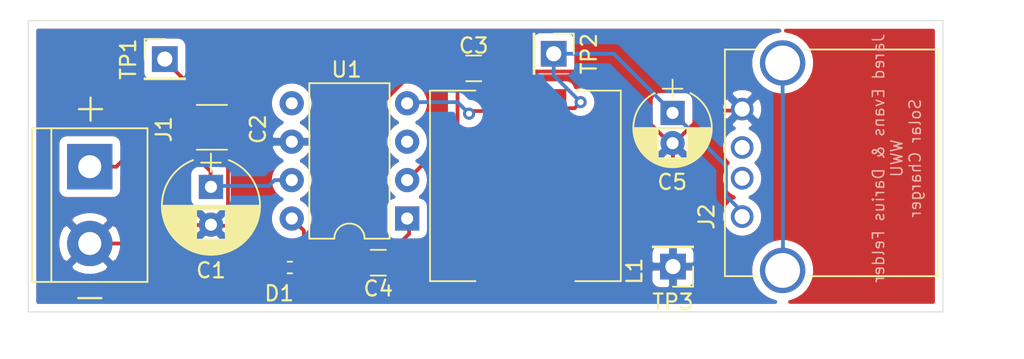
<source format=kicad_pcb>
(kicad_pcb (version 20171130) (host pcbnew "(5.1.2)-1")

  (general
    (thickness 1.6)
    (drawings 11)
    (tracks 72)
    (zones 0)
    (modules 13)
    (nets 12)
  )

  (page A4)
  (title_block
    (title "Solar Powered Buck Converter Charger")
    (date 2022-04-12)
    (rev V.01)
    (company WWU)
    (comment 1 "Jared Evans")
    (comment 2 "Darius Felder")
  )

  (layers
    (0 F.Cu signal)
    (31 B.Cu signal)
    (32 B.Adhes user)
    (33 F.Adhes user)
    (34 B.Paste user)
    (35 F.Paste user)
    (36 B.SilkS user)
    (37 F.SilkS user)
    (38 B.Mask user)
    (39 F.Mask user)
    (40 Dwgs.User user)
    (41 Cmts.User user)
    (42 Eco1.User user)
    (43 Eco2.User user)
    (44 Edge.Cuts user)
    (45 Margin user)
    (46 B.CrtYd user)
    (47 F.CrtYd user)
    (48 B.Fab user)
    (49 F.Fab user)
  )

  (setup
    (last_trace_width 0.25)
    (trace_clearance 0.2)
    (zone_clearance 0.508)
    (zone_45_only no)
    (trace_min 0.2)
    (via_size 0.8)
    (via_drill 0.4)
    (via_min_size 0.4)
    (via_min_drill 0.3)
    (uvia_size 0.3)
    (uvia_drill 0.1)
    (uvias_allowed no)
    (uvia_min_size 0.2)
    (uvia_min_drill 0.1)
    (edge_width 0.05)
    (segment_width 0.2)
    (pcb_text_width 0.3)
    (pcb_text_size 1.5 1.5)
    (mod_edge_width 0.12)
    (mod_text_size 1 1)
    (mod_text_width 0.15)
    (pad_size 1.524 1.524)
    (pad_drill 0.762)
    (pad_to_mask_clearance 0.051)
    (solder_mask_min_width 0.25)
    (aux_axis_origin 0 0)
    (visible_elements 7FFFFFFF)
    (pcbplotparams
      (layerselection 0x010fc_ffffffff)
      (usegerberextensions false)
      (usegerberattributes false)
      (usegerberadvancedattributes false)
      (creategerberjobfile false)
      (excludeedgelayer true)
      (linewidth 0.100000)
      (plotframeref false)
      (viasonmask false)
      (mode 1)
      (useauxorigin false)
      (hpglpennumber 1)
      (hpglpenspeed 20)
      (hpglpendiameter 15.000000)
      (psnegative false)
      (psa4output false)
      (plotreference true)
      (plotvalue true)
      (plotinvisibletext false)
      (padsonsilk false)
      (subtractmaskfromsilk false)
      (outputformat 1)
      (mirror false)
      (drillshape 1)
      (scaleselection 1)
      (outputdirectory ""))
  )

  (net 0 "")
  (net 1 +9V)
  (net 2 GND)
  (net 3 "Net-(J2-Pad5)")
  (net 4 "Net-(J2-Pad3)")
  (net 5 "Net-(J2-Pad2)")
  (net 6 "Net-(C4-Pad1)")
  (net 7 "Net-(C3-Pad1)")
  (net 8 "Net-(C4-Pad2)")
  (net 9 +5V)
  (net 10 "Net-(U1-Pad3)")
  (net 11 "Net-(U1-Pad5)")

  (net_class Default "This is the default net class."
    (clearance 0.2)
    (trace_width 0.25)
    (via_dia 0.8)
    (via_drill 0.4)
    (uvia_dia 0.3)
    (uvia_drill 0.1)
    (add_net +5V)
    (add_net +9V)
    (add_net GND)
    (add_net "Net-(C3-Pad1)")
    (add_net "Net-(C4-Pad1)")
    (add_net "Net-(C4-Pad2)")
    (add_net "Net-(J2-Pad2)")
    (add_net "Net-(J2-Pad3)")
    (add_net "Net-(J2-Pad5)")
    (add_net "Net-(U1-Pad3)")
    (add_net "Net-(U1-Pad5)")
  )

  (module Capacitors_THT:CP_Radial_D6.3mm_P2.50mm (layer F.Cu) (tedit 597BC7C2) (tstamp 6268CA32)
    (at 67.183 49.0855 270)
    (descr "CP, Radial series, Radial, pin pitch=2.50mm, , diameter=6.3mm, Electrolytic Capacitor")
    (tags "CP Radial series Radial pin pitch 2.50mm  diameter 6.3mm Electrolytic Capacitor")
    (path /6268D3EC)
    (fp_text reference C1 (at 5.5245 0 180) (layer F.SilkS)
      (effects (font (size 1 1) (thickness 0.15)))
    )
    (fp_text value "220 uF" (at 1.25 4.46 90) (layer F.Fab)
      (effects (font (size 1 1) (thickness 0.15)))
    )
    (fp_text user %R (at 1.25 0 90) (layer F.Fab)
      (effects (font (size 1 1) (thickness 0.15)))
    )
    (fp_line (start 4.75 -3.5) (end -2.25 -3.5) (layer F.CrtYd) (width 0.05))
    (fp_line (start 4.75 3.5) (end 4.75 -3.5) (layer F.CrtYd) (width 0.05))
    (fp_line (start -2.25 3.5) (end 4.75 3.5) (layer F.CrtYd) (width 0.05))
    (fp_line (start -2.25 -3.5) (end -2.25 3.5) (layer F.CrtYd) (width 0.05))
    (fp_line (start -1.6 -0.65) (end -1.6 0.65) (layer F.SilkS) (width 0.12))
    (fp_line (start -2.2 0) (end -1 0) (layer F.SilkS) (width 0.12))
    (fp_line (start 4.451 -0.468) (end 4.451 0.468) (layer F.SilkS) (width 0.12))
    (fp_line (start 4.411 -0.676) (end 4.411 0.676) (layer F.SilkS) (width 0.12))
    (fp_line (start 4.371 -0.834) (end 4.371 0.834) (layer F.SilkS) (width 0.12))
    (fp_line (start 4.331 -0.966) (end 4.331 0.966) (layer F.SilkS) (width 0.12))
    (fp_line (start 4.291 -1.081) (end 4.291 1.081) (layer F.SilkS) (width 0.12))
    (fp_line (start 4.251 -1.184) (end 4.251 1.184) (layer F.SilkS) (width 0.12))
    (fp_line (start 4.211 -1.278) (end 4.211 1.278) (layer F.SilkS) (width 0.12))
    (fp_line (start 4.171 -1.364) (end 4.171 1.364) (layer F.SilkS) (width 0.12))
    (fp_line (start 4.131 -1.445) (end 4.131 1.445) (layer F.SilkS) (width 0.12))
    (fp_line (start 4.091 -1.52) (end 4.091 1.52) (layer F.SilkS) (width 0.12))
    (fp_line (start 4.051 -1.591) (end 4.051 1.591) (layer F.SilkS) (width 0.12))
    (fp_line (start 4.011 -1.658) (end 4.011 1.658) (layer F.SilkS) (width 0.12))
    (fp_line (start 3.971 -1.721) (end 3.971 1.721) (layer F.SilkS) (width 0.12))
    (fp_line (start 3.931 -1.781) (end 3.931 1.781) (layer F.SilkS) (width 0.12))
    (fp_line (start 3.891 -1.839) (end 3.891 1.839) (layer F.SilkS) (width 0.12))
    (fp_line (start 3.851 -1.894) (end 3.851 1.894) (layer F.SilkS) (width 0.12))
    (fp_line (start 3.811 -1.946) (end 3.811 1.946) (layer F.SilkS) (width 0.12))
    (fp_line (start 3.771 -1.997) (end 3.771 1.997) (layer F.SilkS) (width 0.12))
    (fp_line (start 3.731 -2.045) (end 3.731 2.045) (layer F.SilkS) (width 0.12))
    (fp_line (start 3.691 -2.092) (end 3.691 2.092) (layer F.SilkS) (width 0.12))
    (fp_line (start 3.651 -2.137) (end 3.651 2.137) (layer F.SilkS) (width 0.12))
    (fp_line (start 3.611 -2.18) (end 3.611 2.18) (layer F.SilkS) (width 0.12))
    (fp_line (start 3.571 -2.222) (end 3.571 2.222) (layer F.SilkS) (width 0.12))
    (fp_line (start 3.531 -2.262) (end 3.531 2.262) (layer F.SilkS) (width 0.12))
    (fp_line (start 3.491 -2.301) (end 3.491 2.301) (layer F.SilkS) (width 0.12))
    (fp_line (start 3.451 0.98) (end 3.451 2.339) (layer F.SilkS) (width 0.12))
    (fp_line (start 3.451 -2.339) (end 3.451 -0.98) (layer F.SilkS) (width 0.12))
    (fp_line (start 3.411 0.98) (end 3.411 2.375) (layer F.SilkS) (width 0.12))
    (fp_line (start 3.411 -2.375) (end 3.411 -0.98) (layer F.SilkS) (width 0.12))
    (fp_line (start 3.371 0.98) (end 3.371 2.411) (layer F.SilkS) (width 0.12))
    (fp_line (start 3.371 -2.411) (end 3.371 -0.98) (layer F.SilkS) (width 0.12))
    (fp_line (start 3.331 0.98) (end 3.331 2.445) (layer F.SilkS) (width 0.12))
    (fp_line (start 3.331 -2.445) (end 3.331 -0.98) (layer F.SilkS) (width 0.12))
    (fp_line (start 3.291 0.98) (end 3.291 2.478) (layer F.SilkS) (width 0.12))
    (fp_line (start 3.291 -2.478) (end 3.291 -0.98) (layer F.SilkS) (width 0.12))
    (fp_line (start 3.251 0.98) (end 3.251 2.51) (layer F.SilkS) (width 0.12))
    (fp_line (start 3.251 -2.51) (end 3.251 -0.98) (layer F.SilkS) (width 0.12))
    (fp_line (start 3.211 0.98) (end 3.211 2.54) (layer F.SilkS) (width 0.12))
    (fp_line (start 3.211 -2.54) (end 3.211 -0.98) (layer F.SilkS) (width 0.12))
    (fp_line (start 3.171 0.98) (end 3.171 2.57) (layer F.SilkS) (width 0.12))
    (fp_line (start 3.171 -2.57) (end 3.171 -0.98) (layer F.SilkS) (width 0.12))
    (fp_line (start 3.131 0.98) (end 3.131 2.599) (layer F.SilkS) (width 0.12))
    (fp_line (start 3.131 -2.599) (end 3.131 -0.98) (layer F.SilkS) (width 0.12))
    (fp_line (start 3.091 0.98) (end 3.091 2.627) (layer F.SilkS) (width 0.12))
    (fp_line (start 3.091 -2.627) (end 3.091 -0.98) (layer F.SilkS) (width 0.12))
    (fp_line (start 3.051 0.98) (end 3.051 2.654) (layer F.SilkS) (width 0.12))
    (fp_line (start 3.051 -2.654) (end 3.051 -0.98) (layer F.SilkS) (width 0.12))
    (fp_line (start 3.011 0.98) (end 3.011 2.681) (layer F.SilkS) (width 0.12))
    (fp_line (start 3.011 -2.681) (end 3.011 -0.98) (layer F.SilkS) (width 0.12))
    (fp_line (start 2.971 0.98) (end 2.971 2.706) (layer F.SilkS) (width 0.12))
    (fp_line (start 2.971 -2.706) (end 2.971 -0.98) (layer F.SilkS) (width 0.12))
    (fp_line (start 2.931 0.98) (end 2.931 2.731) (layer F.SilkS) (width 0.12))
    (fp_line (start 2.931 -2.731) (end 2.931 -0.98) (layer F.SilkS) (width 0.12))
    (fp_line (start 2.891 0.98) (end 2.891 2.755) (layer F.SilkS) (width 0.12))
    (fp_line (start 2.891 -2.755) (end 2.891 -0.98) (layer F.SilkS) (width 0.12))
    (fp_line (start 2.851 0.98) (end 2.851 2.778) (layer F.SilkS) (width 0.12))
    (fp_line (start 2.851 -2.778) (end 2.851 -0.98) (layer F.SilkS) (width 0.12))
    (fp_line (start 2.811 0.98) (end 2.811 2.8) (layer F.SilkS) (width 0.12))
    (fp_line (start 2.811 -2.8) (end 2.811 -0.98) (layer F.SilkS) (width 0.12))
    (fp_line (start 2.771 0.98) (end 2.771 2.822) (layer F.SilkS) (width 0.12))
    (fp_line (start 2.771 -2.822) (end 2.771 -0.98) (layer F.SilkS) (width 0.12))
    (fp_line (start 2.731 0.98) (end 2.731 2.843) (layer F.SilkS) (width 0.12))
    (fp_line (start 2.731 -2.843) (end 2.731 -0.98) (layer F.SilkS) (width 0.12))
    (fp_line (start 2.691 0.98) (end 2.691 2.863) (layer F.SilkS) (width 0.12))
    (fp_line (start 2.691 -2.863) (end 2.691 -0.98) (layer F.SilkS) (width 0.12))
    (fp_line (start 2.651 0.98) (end 2.651 2.882) (layer F.SilkS) (width 0.12))
    (fp_line (start 2.651 -2.882) (end 2.651 -0.98) (layer F.SilkS) (width 0.12))
    (fp_line (start 2.611 0.98) (end 2.611 2.901) (layer F.SilkS) (width 0.12))
    (fp_line (start 2.611 -2.901) (end 2.611 -0.98) (layer F.SilkS) (width 0.12))
    (fp_line (start 2.571 0.98) (end 2.571 2.919) (layer F.SilkS) (width 0.12))
    (fp_line (start 2.571 -2.919) (end 2.571 -0.98) (layer F.SilkS) (width 0.12))
    (fp_line (start 2.531 0.98) (end 2.531 2.937) (layer F.SilkS) (width 0.12))
    (fp_line (start 2.531 -2.937) (end 2.531 -0.98) (layer F.SilkS) (width 0.12))
    (fp_line (start 2.491 0.98) (end 2.491 2.954) (layer F.SilkS) (width 0.12))
    (fp_line (start 2.491 -2.954) (end 2.491 -0.98) (layer F.SilkS) (width 0.12))
    (fp_line (start 2.451 0.98) (end 2.451 2.97) (layer F.SilkS) (width 0.12))
    (fp_line (start 2.451 -2.97) (end 2.451 -0.98) (layer F.SilkS) (width 0.12))
    (fp_line (start 2.411 0.98) (end 2.411 2.986) (layer F.SilkS) (width 0.12))
    (fp_line (start 2.411 -2.986) (end 2.411 -0.98) (layer F.SilkS) (width 0.12))
    (fp_line (start 2.371 0.98) (end 2.371 3.001) (layer F.SilkS) (width 0.12))
    (fp_line (start 2.371 -3.001) (end 2.371 -0.98) (layer F.SilkS) (width 0.12))
    (fp_line (start 2.331 0.98) (end 2.331 3.015) (layer F.SilkS) (width 0.12))
    (fp_line (start 2.331 -3.015) (end 2.331 -0.98) (layer F.SilkS) (width 0.12))
    (fp_line (start 2.291 0.98) (end 2.291 3.029) (layer F.SilkS) (width 0.12))
    (fp_line (start 2.291 -3.029) (end 2.291 -0.98) (layer F.SilkS) (width 0.12))
    (fp_line (start 2.251 0.98) (end 2.251 3.042) (layer F.SilkS) (width 0.12))
    (fp_line (start 2.251 -3.042) (end 2.251 -0.98) (layer F.SilkS) (width 0.12))
    (fp_line (start 2.211 0.98) (end 2.211 3.055) (layer F.SilkS) (width 0.12))
    (fp_line (start 2.211 -3.055) (end 2.211 -0.98) (layer F.SilkS) (width 0.12))
    (fp_line (start 2.171 0.98) (end 2.171 3.067) (layer F.SilkS) (width 0.12))
    (fp_line (start 2.171 -3.067) (end 2.171 -0.98) (layer F.SilkS) (width 0.12))
    (fp_line (start 2.131 0.98) (end 2.131 3.079) (layer F.SilkS) (width 0.12))
    (fp_line (start 2.131 -3.079) (end 2.131 -0.98) (layer F.SilkS) (width 0.12))
    (fp_line (start 2.091 0.98) (end 2.091 3.09) (layer F.SilkS) (width 0.12))
    (fp_line (start 2.091 -3.09) (end 2.091 -0.98) (layer F.SilkS) (width 0.12))
    (fp_line (start 2.051 0.98) (end 2.051 3.1) (layer F.SilkS) (width 0.12))
    (fp_line (start 2.051 -3.1) (end 2.051 -0.98) (layer F.SilkS) (width 0.12))
    (fp_line (start 2.011 0.98) (end 2.011 3.11) (layer F.SilkS) (width 0.12))
    (fp_line (start 2.011 -3.11) (end 2.011 -0.98) (layer F.SilkS) (width 0.12))
    (fp_line (start 1.971 0.98) (end 1.971 3.119) (layer F.SilkS) (width 0.12))
    (fp_line (start 1.971 -3.119) (end 1.971 -0.98) (layer F.SilkS) (width 0.12))
    (fp_line (start 1.93 0.98) (end 1.93 3.128) (layer F.SilkS) (width 0.12))
    (fp_line (start 1.93 -3.128) (end 1.93 -0.98) (layer F.SilkS) (width 0.12))
    (fp_line (start 1.89 0.98) (end 1.89 3.137) (layer F.SilkS) (width 0.12))
    (fp_line (start 1.89 -3.137) (end 1.89 -0.98) (layer F.SilkS) (width 0.12))
    (fp_line (start 1.85 0.98) (end 1.85 3.144) (layer F.SilkS) (width 0.12))
    (fp_line (start 1.85 -3.144) (end 1.85 -0.98) (layer F.SilkS) (width 0.12))
    (fp_line (start 1.81 0.98) (end 1.81 3.152) (layer F.SilkS) (width 0.12))
    (fp_line (start 1.81 -3.152) (end 1.81 -0.98) (layer F.SilkS) (width 0.12))
    (fp_line (start 1.77 0.98) (end 1.77 3.158) (layer F.SilkS) (width 0.12))
    (fp_line (start 1.77 -3.158) (end 1.77 -0.98) (layer F.SilkS) (width 0.12))
    (fp_line (start 1.73 0.98) (end 1.73 3.165) (layer F.SilkS) (width 0.12))
    (fp_line (start 1.73 -3.165) (end 1.73 -0.98) (layer F.SilkS) (width 0.12))
    (fp_line (start 1.69 0.98) (end 1.69 3.17) (layer F.SilkS) (width 0.12))
    (fp_line (start 1.69 -3.17) (end 1.69 -0.98) (layer F.SilkS) (width 0.12))
    (fp_line (start 1.65 0.98) (end 1.65 3.176) (layer F.SilkS) (width 0.12))
    (fp_line (start 1.65 -3.176) (end 1.65 -0.98) (layer F.SilkS) (width 0.12))
    (fp_line (start 1.61 0.98) (end 1.61 3.18) (layer F.SilkS) (width 0.12))
    (fp_line (start 1.61 -3.18) (end 1.61 -0.98) (layer F.SilkS) (width 0.12))
    (fp_line (start 1.57 0.98) (end 1.57 3.185) (layer F.SilkS) (width 0.12))
    (fp_line (start 1.57 -3.185) (end 1.57 -0.98) (layer F.SilkS) (width 0.12))
    (fp_line (start 1.53 0.98) (end 1.53 3.188) (layer F.SilkS) (width 0.12))
    (fp_line (start 1.53 -3.188) (end 1.53 -0.98) (layer F.SilkS) (width 0.12))
    (fp_line (start 1.49 -3.192) (end 1.49 3.192) (layer F.SilkS) (width 0.12))
    (fp_line (start 1.45 -3.194) (end 1.45 3.194) (layer F.SilkS) (width 0.12))
    (fp_line (start 1.41 -3.197) (end 1.41 3.197) (layer F.SilkS) (width 0.12))
    (fp_line (start 1.37 -3.198) (end 1.37 3.198) (layer F.SilkS) (width 0.12))
    (fp_line (start 1.33 -3.2) (end 1.33 3.2) (layer F.SilkS) (width 0.12))
    (fp_line (start 1.29 -3.2) (end 1.29 3.2) (layer F.SilkS) (width 0.12))
    (fp_line (start 1.25 -3.2) (end 1.25 3.2) (layer F.SilkS) (width 0.12))
    (fp_line (start -1.6 -0.65) (end -1.6 0.65) (layer F.Fab) (width 0.1))
    (fp_line (start -2.2 0) (end -1 0) (layer F.Fab) (width 0.1))
    (fp_circle (center 1.25 0) (end 4.4 0) (layer F.Fab) (width 0.1))
    (fp_arc (start 1.25 0) (end 4.267482 -1.18) (angle 42.7) (layer F.SilkS) (width 0.12))
    (fp_arc (start 1.25 0) (end -1.767482 1.18) (angle -137.3) (layer F.SilkS) (width 0.12))
    (fp_arc (start 1.25 0) (end -1.767482 -1.18) (angle 137.3) (layer F.SilkS) (width 0.12))
    (pad 2 thru_hole circle (at 2.5 0 270) (size 1.6 1.6) (drill 0.8) (layers *.Cu *.Mask)
      (net 2 GND))
    (pad 1 thru_hole rect (at 0 0 270) (size 1.6 1.6) (drill 0.8) (layers *.Cu *.Mask)
      (net 1 +9V))
    (model ${KISYS3DMOD}/Capacitors_THT.3dshapes/CP_Radial_D6.3mm_P2.50mm.wrl
      (at (xyz 0 0 0))
      (scale (xyz 1 1 1))
      (rotate (xyz 0 0 0))
    )
  )

  (module Capacitors_SMD:C_1210 (layer F.Cu) (tedit 58AA84E2) (tstamp 6268CA43)
    (at 67.2465 45.1485)
    (descr "Capacitor SMD 1210, reflow soldering, AVX (see smccp.pdf)")
    (tags "capacitor 1210")
    (path /6268D88E)
    (attr smd)
    (fp_text reference C2 (at 3.048 0.127 90) (layer F.SilkS)
      (effects (font (size 1 1) (thickness 0.15)))
    )
    (fp_text value "100 nF" (at 0 2.5) (layer F.Fab)
      (effects (font (size 1 1) (thickness 0.15)))
    )
    (fp_line (start 2.25 1.5) (end -2.25 1.5) (layer F.CrtYd) (width 0.05))
    (fp_line (start 2.25 1.5) (end 2.25 -1.5) (layer F.CrtYd) (width 0.05))
    (fp_line (start -2.25 -1.5) (end -2.25 1.5) (layer F.CrtYd) (width 0.05))
    (fp_line (start -2.25 -1.5) (end 2.25 -1.5) (layer F.CrtYd) (width 0.05))
    (fp_line (start -1 1.48) (end 1 1.48) (layer F.SilkS) (width 0.12))
    (fp_line (start 1 -1.48) (end -1 -1.48) (layer F.SilkS) (width 0.12))
    (fp_line (start -1.6 -1.25) (end 1.6 -1.25) (layer F.Fab) (width 0.1))
    (fp_line (start 1.6 -1.25) (end 1.6 1.25) (layer F.Fab) (width 0.1))
    (fp_line (start 1.6 1.25) (end -1.6 1.25) (layer F.Fab) (width 0.1))
    (fp_line (start -1.6 1.25) (end -1.6 -1.25) (layer F.Fab) (width 0.1))
    (fp_text user %R (at 0 -2.25) (layer F.Fab)
      (effects (font (size 1 1) (thickness 0.15)))
    )
    (pad 2 smd rect (at 1.5 0) (size 1 2.5) (layers F.Cu F.Paste F.Mask)
      (net 2 GND))
    (pad 1 smd rect (at -1.5 0) (size 1 2.5) (layers F.Cu F.Paste F.Mask)
      (net 1 +9V))
    (model Capacitors_SMD.3dshapes/C_1210.wrl
      (at (xyz 0 0 0))
      (scale (xyz 1 1 1))
      (rotate (xyz 0 0 0))
    )
  )

  (module Capacitors_SMD:C_0805 (layer F.Cu) (tedit 58AA8463) (tstamp 6268CA54)
    (at 84.5312 41.2496)
    (descr "Capacitor SMD 0805, reflow soldering, AVX (see smccp.pdf)")
    (tags "capacitor 0805")
    (path /6268DD19)
    (attr smd)
    (fp_text reference C3 (at 0 -1.5) (layer F.SilkS)
      (effects (font (size 1 1) (thickness 0.15)))
    )
    (fp_text value "10 nF" (at 0 1.75) (layer F.Fab)
      (effects (font (size 1 1) (thickness 0.15)))
    )
    (fp_line (start 1.75 0.87) (end -1.75 0.87) (layer F.CrtYd) (width 0.05))
    (fp_line (start 1.75 0.87) (end 1.75 -0.88) (layer F.CrtYd) (width 0.05))
    (fp_line (start -1.75 -0.88) (end -1.75 0.87) (layer F.CrtYd) (width 0.05))
    (fp_line (start -1.75 -0.88) (end 1.75 -0.88) (layer F.CrtYd) (width 0.05))
    (fp_line (start -0.5 0.85) (end 0.5 0.85) (layer F.SilkS) (width 0.12))
    (fp_line (start 0.5 -0.85) (end -0.5 -0.85) (layer F.SilkS) (width 0.12))
    (fp_line (start -1 -0.62) (end 1 -0.62) (layer F.Fab) (width 0.1))
    (fp_line (start 1 -0.62) (end 1 0.62) (layer F.Fab) (width 0.1))
    (fp_line (start 1 0.62) (end -1 0.62) (layer F.Fab) (width 0.1))
    (fp_line (start -1 0.62) (end -1 -0.62) (layer F.Fab) (width 0.1))
    (fp_text user %R (at 0 -1.5) (layer F.Fab)
      (effects (font (size 1 1) (thickness 0.15)))
    )
    (pad 2 smd rect (at 1 0) (size 1 1.25) (layers F.Cu F.Paste F.Mask)
      (net 2 GND))
    (pad 1 smd rect (at -1 0) (size 1 1.25) (layers F.Cu F.Paste F.Mask)
      (net 7 "Net-(C3-Pad1)"))
    (model Capacitors_SMD.3dshapes/C_0805.wrl
      (at (xyz 0 0 0))
      (scale (xyz 1 1 1))
      (rotate (xyz 0 0 0))
    )
  )

  (module Capacitors_SMD:C_0805 (layer F.Cu) (tedit 58AA8463) (tstamp 6268CA65)
    (at 78.232 54.102)
    (descr "Capacitor SMD 0805, reflow soldering, AVX (see smccp.pdf)")
    (tags "capacitor 0805")
    (path /6268E24F)
    (attr smd)
    (fp_text reference C4 (at 0 1.7145) (layer F.SilkS)
      (effects (font (size 1 1) (thickness 0.15)))
    )
    (fp_text value "10 nF" (at 0 1.75) (layer F.Fab)
      (effects (font (size 1 1) (thickness 0.15)))
    )
    (fp_text user %R (at 0 -1.5) (layer F.Fab)
      (effects (font (size 1 1) (thickness 0.15)))
    )
    (fp_line (start -1 0.62) (end -1 -0.62) (layer F.Fab) (width 0.1))
    (fp_line (start 1 0.62) (end -1 0.62) (layer F.Fab) (width 0.1))
    (fp_line (start 1 -0.62) (end 1 0.62) (layer F.Fab) (width 0.1))
    (fp_line (start -1 -0.62) (end 1 -0.62) (layer F.Fab) (width 0.1))
    (fp_line (start 0.5 -0.85) (end -0.5 -0.85) (layer F.SilkS) (width 0.12))
    (fp_line (start -0.5 0.85) (end 0.5 0.85) (layer F.SilkS) (width 0.12))
    (fp_line (start -1.75 -0.88) (end 1.75 -0.88) (layer F.CrtYd) (width 0.05))
    (fp_line (start -1.75 -0.88) (end -1.75 0.87) (layer F.CrtYd) (width 0.05))
    (fp_line (start 1.75 0.87) (end 1.75 -0.88) (layer F.CrtYd) (width 0.05))
    (fp_line (start 1.75 0.87) (end -1.75 0.87) (layer F.CrtYd) (width 0.05))
    (pad 1 smd rect (at -1 0) (size 1 1.25) (layers F.Cu F.Paste F.Mask)
      (net 6 "Net-(C4-Pad1)"))
    (pad 2 smd rect (at 1 0) (size 1 1.25) (layers F.Cu F.Paste F.Mask)
      (net 8 "Net-(C4-Pad2)"))
    (model Capacitors_SMD.3dshapes/C_0805.wrl
      (at (xyz 0 0 0))
      (scale (xyz 1 1 1))
      (rotate (xyz 0 0 0))
    )
  )

  (module Capacitors_THT:CP_Radial_D5.0mm_P2.00mm (layer F.Cu) (tedit 597BC7C2) (tstamp 6268CAEA)
    (at 97.663 44.196 270)
    (descr "CP, Radial series, Radial, pin pitch=2.00mm, , diameter=5mm, Electrolytic Capacitor")
    (tags "CP Radial series Radial pin pitch 2.00mm  diameter 5mm Electrolytic Capacitor")
    (path /626940D1)
    (fp_text reference C5 (at 4.572 0.0254 180) (layer F.SilkS)
      (effects (font (size 1 1) (thickness 0.15)))
    )
    (fp_text value "47 uF" (at 1 3.81 90) (layer F.Fab)
      (effects (font (size 1 1) (thickness 0.15)))
    )
    (fp_text user %R (at 1 0 90) (layer F.Fab)
      (effects (font (size 1 1) (thickness 0.15)))
    )
    (fp_line (start 3.85 -2.85) (end -1.85 -2.85) (layer F.CrtYd) (width 0.05))
    (fp_line (start 3.85 2.85) (end 3.85 -2.85) (layer F.CrtYd) (width 0.05))
    (fp_line (start -1.85 2.85) (end 3.85 2.85) (layer F.CrtYd) (width 0.05))
    (fp_line (start -1.85 -2.85) (end -1.85 2.85) (layer F.CrtYd) (width 0.05))
    (fp_line (start -1.6 -0.65) (end -1.6 0.65) (layer F.SilkS) (width 0.12))
    (fp_line (start -2.2 0) (end -1 0) (layer F.SilkS) (width 0.12))
    (fp_line (start 3.561 -0.354) (end 3.561 0.354) (layer F.SilkS) (width 0.12))
    (fp_line (start 3.521 -0.559) (end 3.521 0.559) (layer F.SilkS) (width 0.12))
    (fp_line (start 3.481 -0.707) (end 3.481 0.707) (layer F.SilkS) (width 0.12))
    (fp_line (start 3.441 -0.829) (end 3.441 0.829) (layer F.SilkS) (width 0.12))
    (fp_line (start 3.401 -0.934) (end 3.401 0.934) (layer F.SilkS) (width 0.12))
    (fp_line (start 3.361 -1.028) (end 3.361 1.028) (layer F.SilkS) (width 0.12))
    (fp_line (start 3.321 -1.112) (end 3.321 1.112) (layer F.SilkS) (width 0.12))
    (fp_line (start 3.281 -1.189) (end 3.281 1.189) (layer F.SilkS) (width 0.12))
    (fp_line (start 3.241 -1.261) (end 3.241 1.261) (layer F.SilkS) (width 0.12))
    (fp_line (start 3.201 -1.327) (end 3.201 1.327) (layer F.SilkS) (width 0.12))
    (fp_line (start 3.161 -1.39) (end 3.161 1.39) (layer F.SilkS) (width 0.12))
    (fp_line (start 3.121 -1.448) (end 3.121 1.448) (layer F.SilkS) (width 0.12))
    (fp_line (start 3.081 -1.504) (end 3.081 1.504) (layer F.SilkS) (width 0.12))
    (fp_line (start 3.041 -1.556) (end 3.041 1.556) (layer F.SilkS) (width 0.12))
    (fp_line (start 3.001 -1.606) (end 3.001 1.606) (layer F.SilkS) (width 0.12))
    (fp_line (start 2.961 0.98) (end 2.961 1.654) (layer F.SilkS) (width 0.12))
    (fp_line (start 2.961 -1.654) (end 2.961 -0.98) (layer F.SilkS) (width 0.12))
    (fp_line (start 2.921 0.98) (end 2.921 1.699) (layer F.SilkS) (width 0.12))
    (fp_line (start 2.921 -1.699) (end 2.921 -0.98) (layer F.SilkS) (width 0.12))
    (fp_line (start 2.881 0.98) (end 2.881 1.742) (layer F.SilkS) (width 0.12))
    (fp_line (start 2.881 -1.742) (end 2.881 -0.98) (layer F.SilkS) (width 0.12))
    (fp_line (start 2.841 0.98) (end 2.841 1.783) (layer F.SilkS) (width 0.12))
    (fp_line (start 2.841 -1.783) (end 2.841 -0.98) (layer F.SilkS) (width 0.12))
    (fp_line (start 2.801 0.98) (end 2.801 1.823) (layer F.SilkS) (width 0.12))
    (fp_line (start 2.801 -1.823) (end 2.801 -0.98) (layer F.SilkS) (width 0.12))
    (fp_line (start 2.761 0.98) (end 2.761 1.861) (layer F.SilkS) (width 0.12))
    (fp_line (start 2.761 -1.861) (end 2.761 -0.98) (layer F.SilkS) (width 0.12))
    (fp_line (start 2.721 0.98) (end 2.721 1.897) (layer F.SilkS) (width 0.12))
    (fp_line (start 2.721 -1.897) (end 2.721 -0.98) (layer F.SilkS) (width 0.12))
    (fp_line (start 2.681 0.98) (end 2.681 1.932) (layer F.SilkS) (width 0.12))
    (fp_line (start 2.681 -1.932) (end 2.681 -0.98) (layer F.SilkS) (width 0.12))
    (fp_line (start 2.641 0.98) (end 2.641 1.965) (layer F.SilkS) (width 0.12))
    (fp_line (start 2.641 -1.965) (end 2.641 -0.98) (layer F.SilkS) (width 0.12))
    (fp_line (start 2.601 0.98) (end 2.601 1.997) (layer F.SilkS) (width 0.12))
    (fp_line (start 2.601 -1.997) (end 2.601 -0.98) (layer F.SilkS) (width 0.12))
    (fp_line (start 2.561 0.98) (end 2.561 2.028) (layer F.SilkS) (width 0.12))
    (fp_line (start 2.561 -2.028) (end 2.561 -0.98) (layer F.SilkS) (width 0.12))
    (fp_line (start 2.521 0.98) (end 2.521 2.058) (layer F.SilkS) (width 0.12))
    (fp_line (start 2.521 -2.058) (end 2.521 -0.98) (layer F.SilkS) (width 0.12))
    (fp_line (start 2.481 0.98) (end 2.481 2.086) (layer F.SilkS) (width 0.12))
    (fp_line (start 2.481 -2.086) (end 2.481 -0.98) (layer F.SilkS) (width 0.12))
    (fp_line (start 2.441 0.98) (end 2.441 2.113) (layer F.SilkS) (width 0.12))
    (fp_line (start 2.441 -2.113) (end 2.441 -0.98) (layer F.SilkS) (width 0.12))
    (fp_line (start 2.401 0.98) (end 2.401 2.14) (layer F.SilkS) (width 0.12))
    (fp_line (start 2.401 -2.14) (end 2.401 -0.98) (layer F.SilkS) (width 0.12))
    (fp_line (start 2.361 0.98) (end 2.361 2.165) (layer F.SilkS) (width 0.12))
    (fp_line (start 2.361 -2.165) (end 2.361 -0.98) (layer F.SilkS) (width 0.12))
    (fp_line (start 2.321 0.98) (end 2.321 2.189) (layer F.SilkS) (width 0.12))
    (fp_line (start 2.321 -2.189) (end 2.321 -0.98) (layer F.SilkS) (width 0.12))
    (fp_line (start 2.281 0.98) (end 2.281 2.212) (layer F.SilkS) (width 0.12))
    (fp_line (start 2.281 -2.212) (end 2.281 -0.98) (layer F.SilkS) (width 0.12))
    (fp_line (start 2.241 0.98) (end 2.241 2.234) (layer F.SilkS) (width 0.12))
    (fp_line (start 2.241 -2.234) (end 2.241 -0.98) (layer F.SilkS) (width 0.12))
    (fp_line (start 2.201 0.98) (end 2.201 2.256) (layer F.SilkS) (width 0.12))
    (fp_line (start 2.201 -2.256) (end 2.201 -0.98) (layer F.SilkS) (width 0.12))
    (fp_line (start 2.161 0.98) (end 2.161 2.276) (layer F.SilkS) (width 0.12))
    (fp_line (start 2.161 -2.276) (end 2.161 -0.98) (layer F.SilkS) (width 0.12))
    (fp_line (start 2.121 0.98) (end 2.121 2.296) (layer F.SilkS) (width 0.12))
    (fp_line (start 2.121 -2.296) (end 2.121 -0.98) (layer F.SilkS) (width 0.12))
    (fp_line (start 2.081 0.98) (end 2.081 2.315) (layer F.SilkS) (width 0.12))
    (fp_line (start 2.081 -2.315) (end 2.081 -0.98) (layer F.SilkS) (width 0.12))
    (fp_line (start 2.041 0.98) (end 2.041 2.333) (layer F.SilkS) (width 0.12))
    (fp_line (start 2.041 -2.333) (end 2.041 -0.98) (layer F.SilkS) (width 0.12))
    (fp_line (start 2.001 0.98) (end 2.001 2.35) (layer F.SilkS) (width 0.12))
    (fp_line (start 2.001 -2.35) (end 2.001 -0.98) (layer F.SilkS) (width 0.12))
    (fp_line (start 1.961 0.98) (end 1.961 2.366) (layer F.SilkS) (width 0.12))
    (fp_line (start 1.961 -2.366) (end 1.961 -0.98) (layer F.SilkS) (width 0.12))
    (fp_line (start 1.921 0.98) (end 1.921 2.382) (layer F.SilkS) (width 0.12))
    (fp_line (start 1.921 -2.382) (end 1.921 -0.98) (layer F.SilkS) (width 0.12))
    (fp_line (start 1.881 0.98) (end 1.881 2.396) (layer F.SilkS) (width 0.12))
    (fp_line (start 1.881 -2.396) (end 1.881 -0.98) (layer F.SilkS) (width 0.12))
    (fp_line (start 1.841 0.98) (end 1.841 2.41) (layer F.SilkS) (width 0.12))
    (fp_line (start 1.841 -2.41) (end 1.841 -0.98) (layer F.SilkS) (width 0.12))
    (fp_line (start 1.801 0.98) (end 1.801 2.424) (layer F.SilkS) (width 0.12))
    (fp_line (start 1.801 -2.424) (end 1.801 -0.98) (layer F.SilkS) (width 0.12))
    (fp_line (start 1.761 0.98) (end 1.761 2.436) (layer F.SilkS) (width 0.12))
    (fp_line (start 1.761 -2.436) (end 1.761 -0.98) (layer F.SilkS) (width 0.12))
    (fp_line (start 1.721 0.98) (end 1.721 2.448) (layer F.SilkS) (width 0.12))
    (fp_line (start 1.721 -2.448) (end 1.721 -0.98) (layer F.SilkS) (width 0.12))
    (fp_line (start 1.68 0.98) (end 1.68 2.46) (layer F.SilkS) (width 0.12))
    (fp_line (start 1.68 -2.46) (end 1.68 -0.98) (layer F.SilkS) (width 0.12))
    (fp_line (start 1.64 0.98) (end 1.64 2.47) (layer F.SilkS) (width 0.12))
    (fp_line (start 1.64 -2.47) (end 1.64 -0.98) (layer F.SilkS) (width 0.12))
    (fp_line (start 1.6 0.98) (end 1.6 2.48) (layer F.SilkS) (width 0.12))
    (fp_line (start 1.6 -2.48) (end 1.6 -0.98) (layer F.SilkS) (width 0.12))
    (fp_line (start 1.56 0.98) (end 1.56 2.489) (layer F.SilkS) (width 0.12))
    (fp_line (start 1.56 -2.489) (end 1.56 -0.98) (layer F.SilkS) (width 0.12))
    (fp_line (start 1.52 0.98) (end 1.52 2.498) (layer F.SilkS) (width 0.12))
    (fp_line (start 1.52 -2.498) (end 1.52 -0.98) (layer F.SilkS) (width 0.12))
    (fp_line (start 1.48 0.98) (end 1.48 2.506) (layer F.SilkS) (width 0.12))
    (fp_line (start 1.48 -2.506) (end 1.48 -0.98) (layer F.SilkS) (width 0.12))
    (fp_line (start 1.44 0.98) (end 1.44 2.513) (layer F.SilkS) (width 0.12))
    (fp_line (start 1.44 -2.513) (end 1.44 -0.98) (layer F.SilkS) (width 0.12))
    (fp_line (start 1.4 0.98) (end 1.4 2.519) (layer F.SilkS) (width 0.12))
    (fp_line (start 1.4 -2.519) (end 1.4 -0.98) (layer F.SilkS) (width 0.12))
    (fp_line (start 1.36 0.98) (end 1.36 2.525) (layer F.SilkS) (width 0.12))
    (fp_line (start 1.36 -2.525) (end 1.36 -0.98) (layer F.SilkS) (width 0.12))
    (fp_line (start 1.32 0.98) (end 1.32 2.531) (layer F.SilkS) (width 0.12))
    (fp_line (start 1.32 -2.531) (end 1.32 -0.98) (layer F.SilkS) (width 0.12))
    (fp_line (start 1.28 0.98) (end 1.28 2.535) (layer F.SilkS) (width 0.12))
    (fp_line (start 1.28 -2.535) (end 1.28 -0.98) (layer F.SilkS) (width 0.12))
    (fp_line (start 1.24 0.98) (end 1.24 2.539) (layer F.SilkS) (width 0.12))
    (fp_line (start 1.24 -2.539) (end 1.24 -0.98) (layer F.SilkS) (width 0.12))
    (fp_line (start 1.2 0.98) (end 1.2 2.543) (layer F.SilkS) (width 0.12))
    (fp_line (start 1.2 -2.543) (end 1.2 -0.98) (layer F.SilkS) (width 0.12))
    (fp_line (start 1.16 0.98) (end 1.16 2.546) (layer F.SilkS) (width 0.12))
    (fp_line (start 1.16 -2.546) (end 1.16 -0.98) (layer F.SilkS) (width 0.12))
    (fp_line (start 1.12 0.98) (end 1.12 2.548) (layer F.SilkS) (width 0.12))
    (fp_line (start 1.12 -2.548) (end 1.12 -0.98) (layer F.SilkS) (width 0.12))
    (fp_line (start 1.08 0.98) (end 1.08 2.549) (layer F.SilkS) (width 0.12))
    (fp_line (start 1.08 -2.549) (end 1.08 -0.98) (layer F.SilkS) (width 0.12))
    (fp_line (start 1.04 0.98) (end 1.04 2.55) (layer F.SilkS) (width 0.12))
    (fp_line (start 1.04 -2.55) (end 1.04 -0.98) (layer F.SilkS) (width 0.12))
    (fp_line (start 1 -2.55) (end 1 2.55) (layer F.SilkS) (width 0.12))
    (fp_line (start -1.6 -0.65) (end -1.6 0.65) (layer F.Fab) (width 0.1))
    (fp_line (start -2.2 0) (end -1 0) (layer F.Fab) (width 0.1))
    (fp_circle (center 1 0) (end 3.5 0) (layer F.Fab) (width 0.1))
    (fp_arc (start 1 0) (end 3.30558 -1.18) (angle 54.2) (layer F.SilkS) (width 0.12))
    (fp_arc (start 1 0) (end -1.30558 1.18) (angle -125.8) (layer F.SilkS) (width 0.12))
    (fp_arc (start 1 0) (end -1.30558 -1.18) (angle 125.8) (layer F.SilkS) (width 0.12))
    (pad 2 thru_hole circle (at 2 0 270) (size 1.6 1.6) (drill 0.8) (layers *.Cu *.Mask)
      (net 2 GND))
    (pad 1 thru_hole rect (at 0 0 270) (size 1.6 1.6) (drill 0.8) (layers *.Cu *.Mask)
      (net 9 +5V))
    (model ${KISYS3DMOD}/Capacitors_THT.3dshapes/CP_Radial_D5.0mm_P2.00mm.wrl
      (at (xyz 0 0 0))
      (scale (xyz 1 1 1))
      (rotate (xyz 0 0 0))
    )
  )

  (module Diodes_SMD:D_Powermite_AK (layer F.Cu) (tedit 59B1DBE6) (tstamp 6268CB11)
    (at 73.3425 54.4195 180)
    (descr "Microsemi Powermite SMD power package (https://www.microsemi.com/packaging-information/partpackage/details?pid=5339, https://www.onsemi.com/pub/Collateral/457-04.PDF)")
    (tags Powermite)
    (path /6269471B)
    (attr smd)
    (fp_text reference D1 (at 1.651 -1.7145 180) (layer F.SilkS)
      (effects (font (size 1 1) (thickness 0.15)))
    )
    (fp_text value D_Schottky (at 0 2.2) (layer F.Fab)
      (effects (font (size 1 1) (thickness 0.15)))
    )
    (fp_line (start -0.55 0.2) (end -0.55 -0.2) (layer F.Fab) (width 0.1))
    (fp_line (start -0.55 0) (end -0.8 0) (layer F.Fab) (width 0.1))
    (fp_line (start -0.55 0) (end -0.25 0.2) (layer F.Fab) (width 0.1))
    (fp_line (start -0.25 0.2) (end -0.25 -0.2) (layer F.Fab) (width 0.1))
    (fp_line (start -0.25 -0.2) (end -0.55 0) (layer F.Fab) (width 0.1))
    (fp_line (start -0.25 0) (end 0 0) (layer F.Fab) (width 0.1))
    (fp_line (start 1.1 -0.385) (end 0.8 -0.385) (layer F.SilkS) (width 0.12))
    (fp_line (start 1.1 0.385) (end 0.8 0.385) (layer F.SilkS) (width 0.12))
    (fp_line (start 1.97 0.265) (end 0.555 0.265) (layer F.Fab) (width 0.1))
    (fp_line (start 1.97 -0.265) (end 0.555 -0.265) (layer F.Fab) (width 0.1))
    (fp_line (start 1.97 0.265) (end 1.97 -0.265) (layer F.Fab) (width 0.1))
    (fp_line (start -1.345 0.95) (end 0.555 0.95) (layer F.Fab) (width 0.1))
    (fp_line (start -1.345 -0.95) (end -1.345 0.95) (layer F.Fab) (width 0.1))
    (fp_line (start 0.555 -0.95) (end -1.345 -0.95) (layer F.Fab) (width 0.1))
    (fp_line (start 0.555 0.95) (end 0.555 -0.95) (layer F.Fab) (width 0.1))
    (fp_line (start -1.88 -0.43) (end -1.345 -0.43) (layer F.Fab) (width 0.1))
    (fp_line (start -1.88 0.43) (end -1.88 -0.43) (layer F.Fab) (width 0.1))
    (fp_line (start -1.345 0.43) (end -1.88 0.43) (layer F.Fab) (width 0.1))
    (fp_line (start -2.29 1.52) (end 0.89 1.52) (layer F.CrtYd) (width 0.05))
    (fp_line (start 0.89 1.52) (end 0.89 0.89) (layer F.CrtYd) (width 0.05))
    (fp_line (start 0.89 0.89) (end 2.29 0.89) (layer F.CrtYd) (width 0.05))
    (fp_line (start 2.29 0.89) (end 2.29 -0.89) (layer F.CrtYd) (width 0.05))
    (fp_line (start 2.29 -0.89) (end 0.89 -0.89) (layer F.CrtYd) (width 0.05))
    (fp_line (start 0.89 -0.89) (end 0.89 -1.52) (layer F.CrtYd) (width 0.05))
    (fp_line (start 0.89 -1.52) (end -2.29 -1.52) (layer F.CrtYd) (width 0.05))
    (fp_line (start -2.29 -1.52) (end -2.29 1.52) (layer F.CrtYd) (width 0.05))
    (fp_line (start -0.55 0.2) (end -0.55 -0.2) (layer F.Fab) (width 0.1))
    (fp_line (start -0.55 0) (end -0.8 0) (layer F.Fab) (width 0.1))
    (fp_line (start -0.55 0) (end -0.25 0.2) (layer F.Fab) (width 0.1))
    (fp_line (start -0.25 0.2) (end -0.25 -0.2) (layer F.Fab) (width 0.1))
    (fp_line (start -0.25 -0.2) (end -0.55 0) (layer F.Fab) (width 0.1))
    (fp_line (start -0.25 0) (end 0 0) (layer F.Fab) (width 0.1))
    (fp_text user %R (at -0.4 -0.5) (layer F.Fab)
      (effects (font (size 0.4 0.4) (thickness 0.06)))
    )
    (pad 1 smd rect (at -0.6985 0 180) (size 2.67 2.54) (layers F.Cu F.Paste F.Mask)
      (net 6 "Net-(C4-Pad1)"))
    (pad 2 smd rect (at 1.6525 0 180) (size 0.762 1.27) (layers F.Cu F.Paste F.Mask)
      (net 2 GND))
    (model ${KISYS3DMOD}/Diodes_SMD.3dshapes/D_Powermite_AK.wrl
      (at (xyz 0 0 0))
      (scale (xyz 1 1 1))
      (rotate (xyz 0 0 0))
    )
  )

  (module Connectors_Terminal_Blocks:TerminalBlock_bornier-2_P5.08mm (layer F.Cu) (tedit 59FF03AB) (tstamp 6268CB26)
    (at 59.182 47.752 270)
    (descr "simple 2-pin terminal block, pitch 5.08mm, revamped version of bornier2")
    (tags "terminal block bornier2")
    (path /6253F1CF)
    (fp_text reference J1 (at -2.4765 -4.8895 90) (layer F.SilkS)
      (effects (font (size 1 1) (thickness 0.15)))
    )
    (fp_text value Vin (at 2.54 5.08 90) (layer F.Fab)
      (effects (font (size 1 1) (thickness 0.15)))
    )
    (fp_line (start 7.79 4) (end -2.71 4) (layer F.CrtYd) (width 0.05))
    (fp_line (start 7.79 4) (end 7.79 -4) (layer F.CrtYd) (width 0.05))
    (fp_line (start -2.71 -4) (end -2.71 4) (layer F.CrtYd) (width 0.05))
    (fp_line (start -2.71 -4) (end 7.79 -4) (layer F.CrtYd) (width 0.05))
    (fp_line (start -2.54 3.81) (end 7.62 3.81) (layer F.SilkS) (width 0.12))
    (fp_line (start -2.54 -3.81) (end -2.54 3.81) (layer F.SilkS) (width 0.12))
    (fp_line (start 7.62 -3.81) (end -2.54 -3.81) (layer F.SilkS) (width 0.12))
    (fp_line (start 7.62 3.81) (end 7.62 -3.81) (layer F.SilkS) (width 0.12))
    (fp_line (start 7.62 2.54) (end -2.54 2.54) (layer F.SilkS) (width 0.12))
    (fp_line (start 7.54 -3.75) (end -2.46 -3.75) (layer F.Fab) (width 0.1))
    (fp_line (start 7.54 3.75) (end 7.54 -3.75) (layer F.Fab) (width 0.1))
    (fp_line (start -2.46 3.75) (end 7.54 3.75) (layer F.Fab) (width 0.1))
    (fp_line (start -2.46 -3.75) (end -2.46 3.75) (layer F.Fab) (width 0.1))
    (fp_line (start -2.41 2.55) (end 7.49 2.55) (layer F.Fab) (width 0.1))
    (fp_text user %R (at 2.54 0 90) (layer F.Fab)
      (effects (font (size 1 1) (thickness 0.15)))
    )
    (pad 2 thru_hole circle (at 5.08 0 270) (size 3 3) (drill 1.52) (layers *.Cu *.Mask)
      (net 2 GND))
    (pad 1 thru_hole rect (at 0 0 270) (size 3 3) (drill 1.52) (layers *.Cu *.Mask)
      (net 1 +9V))
    (model ${KISYS3DMOD}/Terminal_Blocks.3dshapes/TerminalBlock_bornier-2_P5.08mm.wrl
      (offset (xyz 2.539999961853027 0 0))
      (scale (xyz 1 1 1))
      (rotate (xyz 0 0 0))
    )
  )

  (module Connectors:USB_A (layer F.Cu) (tedit 5543E289) (tstamp 6268CB3A)
    (at 102.2604 51.054 90)
    (descr "USB A connector")
    (tags "USB USB_A")
    (path /6267237B)
    (fp_text reference J2 (at 0 -2.35 90) (layer F.SilkS)
      (effects (font (size 1 1) (thickness 0.15)))
    )
    (fp_text value USB_A (at 3.84 7.44 90) (layer F.Fab)
      (effects (font (size 1 1) (thickness 0.15)))
    )
    (fp_line (start -3.94 4.35) (end -3.94 12.95) (layer F.SilkS) (width 0.12))
    (fp_line (start 11.05 4.15) (end 11.05 12.95) (layer F.SilkS) (width 0.12))
    (fp_line (start 11.05 12.95) (end -3.94 12.95) (layer F.SilkS) (width 0.12))
    (fp_line (start 11.05 -1.14) (end -3.94 -1.14) (layer F.SilkS) (width 0.12))
    (fp_line (start -3.94 -1.14) (end -3.94 0.98) (layer F.SilkS) (width 0.12))
    (fp_line (start 11.05 -1.14) (end 11.05 1.19) (layer F.SilkS) (width 0.12))
    (fp_line (start -5.3 -1.4) (end 11.95 -1.4) (layer F.CrtYd) (width 0.05))
    (fp_line (start -5.3 13.2) (end 11.95 13.2) (layer F.CrtYd) (width 0.05))
    (fp_line (start 11.95 -1.4) (end 11.95 13.2) (layer F.CrtYd) (width 0.05))
    (fp_line (start -5.3 13.2) (end -5.3 -1.4) (layer F.CrtYd) (width 0.05))
    (pad 5 thru_hole circle (at -3.56 2.67) (size 3 3) (drill 2.3) (layers *.Cu *.Mask)
      (net 3 "Net-(J2-Pad5)"))
    (pad 5 thru_hole circle (at 10.16 2.67) (size 3 3) (drill 2.3) (layers *.Cu *.Mask)
      (net 3 "Net-(J2-Pad5)"))
    (pad 1 thru_hole circle (at 0 0) (size 1.5 1.5) (drill 1) (layers *.Cu *.Mask)
      (net 9 +5V))
    (pad 2 thru_hole circle (at 2.54 0) (size 1.5 1.5) (drill 1) (layers *.Cu *.Mask)
      (net 5 "Net-(J2-Pad2)"))
    (pad 3 thru_hole circle (at 4.57 0) (size 1.5 1.5) (drill 1) (layers *.Cu *.Mask)
      (net 4 "Net-(J2-Pad3)"))
    (pad 4 thru_hole circle (at 7.11 0) (size 1.5 1.5) (drill 1) (layers *.Cu *.Mask)
      (net 2 GND))
    (model ${KISYS3DMOD}/Connectors.3dshapes/USB_A.wrl
      (offset (xyz 3.555999946594238 0 0))
      (scale (xyz 1 1 1))
      (rotate (xyz 0 0 90))
    )
  )

  (module Inductors_SMD:L_Wuerth_WE-PD-Typ-LS (layer F.Cu) (tedit 5990349D) (tstamp 6268CB8B)
    (at 87.9475 49.022 90)
    (descr "Choke, Drossel, WE-PD Typ LS, Wuerth, SMD,")
    (tags "Choke Drossel WE-PDTypLS Wuerth SMD ")
    (path /6269A0FE)
    (attr smd)
    (fp_text reference L1 (at -5.6388 7.2009 270) (layer F.SilkS)
      (effects (font (size 1 1) (thickness 0.15)))
    )
    (fp_text value "68 uH" (at 0 7.4 90) (layer F.Fab)
      (effects (font (size 1 1) (thickness 0.15)))
    )
    (fp_circle (center -2.1 3) (end -1.8 3.25) (layer F.Fab) (width 0.1))
    (fp_circle (center 0 0) (end 0.15 0.15) (layer F.Adhes) (width 0.38))
    (fp_circle (center 0 0) (end 0.55 0) (layer F.Adhes) (width 0.38))
    (fp_circle (center 0 0) (end 0.9 0) (layer F.Adhes) (width 0.38))
    (fp_line (start 6.2 -6.2) (end 6.2 -3.3) (layer F.Fab) (width 0.1))
    (fp_line (start -6.2 -6.2) (end -6.2 -3.3) (layer F.Fab) (width 0.1))
    (fp_line (start 6.2 -6.2) (end -6.2 -6.2) (layer F.Fab) (width 0.1))
    (fp_line (start 6.2 6.2) (end 6.2 3.3) (layer F.Fab) (width 0.1))
    (fp_line (start -6.2 6.2) (end 6.2 6.2) (layer F.Fab) (width 0.1))
    (fp_line (start -6.2 3.3) (end -6.2 6.2) (layer F.Fab) (width 0.1))
    (fp_line (start -5 -3.5) (end -4.8 -3.2) (layer F.Fab) (width 0.1))
    (fp_line (start -5.1 -4) (end -5 -3.5) (layer F.Fab) (width 0.1))
    (fp_line (start -4.9 -4.5) (end -5.1 -4) (layer F.Fab) (width 0.1))
    (fp_line (start -4.6 -4.8) (end -4.9 -4.5) (layer F.Fab) (width 0.1))
    (fp_line (start -4.2 -5) (end -4.6 -4.8) (layer F.Fab) (width 0.1))
    (fp_line (start -3.7 -5.1) (end -4.2 -5) (layer F.Fab) (width 0.1))
    (fp_line (start -3.3 -4.9) (end -3.7 -5.1) (layer F.Fab) (width 0.1))
    (fp_line (start -3 -4.7) (end -3.3 -4.9) (layer F.Fab) (width 0.1))
    (fp_line (start -2.6 -4.9) (end -3 -4.7) (layer F.Fab) (width 0.1))
    (fp_line (start -1.7 -5.3) (end -2.6 -4.9) (layer F.Fab) (width 0.1))
    (fp_line (start -0.8 -5.5) (end -1.7 -5.3) (layer F.Fab) (width 0.1))
    (fp_line (start 0 -5.6) (end -0.8 -5.5) (layer F.Fab) (width 0.1))
    (fp_line (start 0.9 -5.5) (end 0 -5.6) (layer F.Fab) (width 0.1))
    (fp_line (start 1.7 -5.3) (end 0.9 -5.5) (layer F.Fab) (width 0.1))
    (fp_line (start 2.2 -5.1) (end 1.7 -5.3) (layer F.Fab) (width 0.1))
    (fp_line (start 2.6 -4.9) (end 2.2 -5.1) (layer F.Fab) (width 0.1))
    (fp_line (start 3 -4.6) (end 2.6 -4.9) (layer F.Fab) (width 0.1))
    (fp_line (start 3.3 -4.9) (end 3 -4.6) (layer F.Fab) (width 0.1))
    (fp_line (start 3.6 -5) (end 3.3 -4.9) (layer F.Fab) (width 0.1))
    (fp_line (start 3.9 -5.1) (end 3.6 -5) (layer F.Fab) (width 0.1))
    (fp_line (start 4.2 -5.1) (end 3.9 -5.1) (layer F.Fab) (width 0.1))
    (fp_line (start 4.5 -4.9) (end 4.2 -5.1) (layer F.Fab) (width 0.1))
    (fp_line (start 4.8 -4.7) (end 4.5 -4.9) (layer F.Fab) (width 0.1))
    (fp_line (start 5 -4.3) (end 4.8 -4.7) (layer F.Fab) (width 0.1))
    (fp_line (start 5.1 -4) (end 5 -4.3) (layer F.Fab) (width 0.1))
    (fp_line (start 5 -3.6) (end 5.1 -4) (layer F.Fab) (width 0.1))
    (fp_line (start 4.9 -3.3) (end 5 -3.6) (layer F.Fab) (width 0.1))
    (fp_line (start -5 3.6) (end -4.8 3.2) (layer F.Fab) (width 0.1))
    (fp_line (start -5.1 4.1) (end -5 3.6) (layer F.Fab) (width 0.1))
    (fp_line (start -4.9 4.6) (end -5.1 4.1) (layer F.Fab) (width 0.1))
    (fp_line (start -4.6 4.8) (end -4.9 4.6) (layer F.Fab) (width 0.1))
    (fp_line (start -4.3 5) (end -4.6 4.8) (layer F.Fab) (width 0.1))
    (fp_line (start -3.9 5.1) (end -4.3 5) (layer F.Fab) (width 0.1))
    (fp_line (start -3.3 4.9) (end -3.9 5.1) (layer F.Fab) (width 0.1))
    (fp_line (start -3 4.7) (end -3.3 4.9) (layer F.Fab) (width 0.1))
    (fp_line (start -2.6 4.9) (end -3 4.7) (layer F.Fab) (width 0.1))
    (fp_line (start -2.1 5.1) (end -2.6 4.9) (layer F.Fab) (width 0.1))
    (fp_line (start -1.5 5.3) (end -2.1 5.1) (layer F.Fab) (width 0.1))
    (fp_line (start -0.6 5.5) (end -1.5 5.3) (layer F.Fab) (width 0.1))
    (fp_line (start 0.6 5.5) (end -0.6 5.5) (layer F.Fab) (width 0.1))
    (fp_line (start 1.6 5.3) (end 0.6 5.5) (layer F.Fab) (width 0.1))
    (fp_line (start 2.4 5) (end 1.6 5.3) (layer F.Fab) (width 0.1))
    (fp_line (start 3 4.6) (end 2.4 5) (layer F.Fab) (width 0.1))
    (fp_line (start 3.1 4.7) (end 3 4.6) (layer F.Fab) (width 0.1))
    (fp_line (start 3.5 5) (end 3.1 4.7) (layer F.Fab) (width 0.1))
    (fp_line (start 4 5.1) (end 3.5 5) (layer F.Fab) (width 0.1))
    (fp_line (start 4.5 5) (end 4 5.1) (layer F.Fab) (width 0.1))
    (fp_line (start 4.8 4.6) (end 4.5 5) (layer F.Fab) (width 0.1))
    (fp_line (start 5 4.3) (end 4.8 4.6) (layer F.Fab) (width 0.1))
    (fp_line (start 5.1 3.8) (end 5 4.3) (layer F.Fab) (width 0.1))
    (fp_line (start 5 3.4) (end 5.1 3.8) (layer F.Fab) (width 0.1))
    (fp_line (start 4.9 3.3) (end 5 3.4) (layer F.Fab) (width 0.1))
    (fp_line (start 6.75 -6.5) (end 6.75 6.5) (layer F.CrtYd) (width 0.05))
    (fp_line (start -6.75 -6.5) (end 6.75 -6.5) (layer F.CrtYd) (width 0.05))
    (fp_line (start -6.75 6.5) (end -6.75 -6.5) (layer F.CrtYd) (width 0.05))
    (fp_line (start 6.75 6.5) (end -6.75 6.5) (layer F.CrtYd) (width 0.05))
    (fp_line (start -6.3 6.3) (end -6.3 3.3) (layer F.SilkS) (width 0.12))
    (fp_line (start 6.3 6.3) (end -6.3 6.3) (layer F.SilkS) (width 0.12))
    (fp_line (start 6.3 3.3) (end 6.3 6.3) (layer F.SilkS) (width 0.12))
    (fp_line (start 6.3 -6.3) (end 6.3 -3.3) (layer F.SilkS) (width 0.12))
    (fp_line (start -6.3 -6.3) (end 6.3 -6.3) (layer F.SilkS) (width 0.12))
    (fp_line (start -6.3 -3.3) (end -6.3 -6.3) (layer F.SilkS) (width 0.12))
    (fp_line (start 6.2 3.3) (end 6.2 -3.3) (layer F.Fab) (width 0.1))
    (fp_line (start -6.2 -3.3) (end -6.2 3.4) (layer F.Fab) (width 0.1))
    (fp_text user %R (at 0 0 90) (layer F.Fab)
      (effects (font (size 1 1) (thickness 0.15)))
    )
    (pad 2 smd rect (at 4.95 0 90) (size 2.9 5.4) (layers F.Cu F.Paste F.Mask)
      (net 9 +5V))
    (pad 1 smd rect (at -4.95 0 90) (size 2.9 5.4) (layers F.Cu F.Paste F.Mask)
      (net 6 "Net-(C4-Pad1)"))
    (model ${KISYS3DMOD}/Inductors_SMD.3dshapes/L_Wuerth_WE-PD-Typ-LS.wrl
      (at (xyz 0 0 0))
      (scale (xyz 1 1 1))
      (rotate (xyz 0 0 0))
    )
  )

  (module Pin_Headers:Pin_Header_Straight_1x01_Pitch2.54mm (layer F.Cu) (tedit 59650532) (tstamp 6268CBA0)
    (at 64.135 40.64)
    (descr "Through hole straight pin header, 1x01, 2.54mm pitch, single row")
    (tags "Through hole pin header THT 1x01 2.54mm single row")
    (path /626B21FD)
    (fp_text reference TP1 (at -2.413 0 90) (layer F.SilkS)
      (effects (font (size 1 1) (thickness 0.15)))
    )
    (fp_text value TestPoint (at 0 2.33) (layer F.Fab)
      (effects (font (size 1 1) (thickness 0.15)))
    )
    (fp_line (start -0.635 -1.27) (end 1.27 -1.27) (layer F.Fab) (width 0.1))
    (fp_line (start 1.27 -1.27) (end 1.27 1.27) (layer F.Fab) (width 0.1))
    (fp_line (start 1.27 1.27) (end -1.27 1.27) (layer F.Fab) (width 0.1))
    (fp_line (start -1.27 1.27) (end -1.27 -0.635) (layer F.Fab) (width 0.1))
    (fp_line (start -1.27 -0.635) (end -0.635 -1.27) (layer F.Fab) (width 0.1))
    (fp_line (start -1.33 1.33) (end 1.33 1.33) (layer F.SilkS) (width 0.12))
    (fp_line (start -1.33 1.27) (end -1.33 1.33) (layer F.SilkS) (width 0.12))
    (fp_line (start 1.33 1.27) (end 1.33 1.33) (layer F.SilkS) (width 0.12))
    (fp_line (start -1.33 1.27) (end 1.33 1.27) (layer F.SilkS) (width 0.12))
    (fp_line (start -1.33 0) (end -1.33 -1.33) (layer F.SilkS) (width 0.12))
    (fp_line (start -1.33 -1.33) (end 0 -1.33) (layer F.SilkS) (width 0.12))
    (fp_line (start -1.8 -1.8) (end -1.8 1.8) (layer F.CrtYd) (width 0.05))
    (fp_line (start -1.8 1.8) (end 1.8 1.8) (layer F.CrtYd) (width 0.05))
    (fp_line (start 1.8 1.8) (end 1.8 -1.8) (layer F.CrtYd) (width 0.05))
    (fp_line (start 1.8 -1.8) (end -1.8 -1.8) (layer F.CrtYd) (width 0.05))
    (fp_text user %R (at 0 0 90) (layer F.Fab)
      (effects (font (size 1 1) (thickness 0.15)))
    )
    (pad 1 thru_hole rect (at 0 0) (size 1.7 1.7) (drill 1) (layers *.Cu *.Mask)
      (net 1 +9V))
    (model ${KISYS3DMOD}/Pin_Headers.3dshapes/Pin_Header_Straight_1x01_Pitch2.54mm.wrl
      (at (xyz 0 0 0))
      (scale (xyz 1 1 1))
      (rotate (xyz 0 0 0))
    )
  )

  (module Pin_Headers:Pin_Header_Straight_1x01_Pitch2.54mm (layer F.Cu) (tedit 59650532) (tstamp 6268CBB5)
    (at 89.8144 40.2844 270)
    (descr "Through hole straight pin header, 1x01, 2.54mm pitch, single row")
    (tags "Through hole pin header THT 1x01 2.54mm single row")
    (path /626B28B1)
    (fp_text reference TP2 (at 0 -2.33 90) (layer F.SilkS)
      (effects (font (size 1 1) (thickness 0.15)))
    )
    (fp_text value TestPoint (at 0 2.33 90) (layer F.Fab)
      (effects (font (size 1 1) (thickness 0.15)))
    )
    (fp_text user %R (at 0 0) (layer F.Fab)
      (effects (font (size 1 1) (thickness 0.15)))
    )
    (fp_line (start 1.8 -1.8) (end -1.8 -1.8) (layer F.CrtYd) (width 0.05))
    (fp_line (start 1.8 1.8) (end 1.8 -1.8) (layer F.CrtYd) (width 0.05))
    (fp_line (start -1.8 1.8) (end 1.8 1.8) (layer F.CrtYd) (width 0.05))
    (fp_line (start -1.8 -1.8) (end -1.8 1.8) (layer F.CrtYd) (width 0.05))
    (fp_line (start -1.33 -1.33) (end 0 -1.33) (layer F.SilkS) (width 0.12))
    (fp_line (start -1.33 0) (end -1.33 -1.33) (layer F.SilkS) (width 0.12))
    (fp_line (start -1.33 1.27) (end 1.33 1.27) (layer F.SilkS) (width 0.12))
    (fp_line (start 1.33 1.27) (end 1.33 1.33) (layer F.SilkS) (width 0.12))
    (fp_line (start -1.33 1.27) (end -1.33 1.33) (layer F.SilkS) (width 0.12))
    (fp_line (start -1.33 1.33) (end 1.33 1.33) (layer F.SilkS) (width 0.12))
    (fp_line (start -1.27 -0.635) (end -0.635 -1.27) (layer F.Fab) (width 0.1))
    (fp_line (start -1.27 1.27) (end -1.27 -0.635) (layer F.Fab) (width 0.1))
    (fp_line (start 1.27 1.27) (end -1.27 1.27) (layer F.Fab) (width 0.1))
    (fp_line (start 1.27 -1.27) (end 1.27 1.27) (layer F.Fab) (width 0.1))
    (fp_line (start -0.635 -1.27) (end 1.27 -1.27) (layer F.Fab) (width 0.1))
    (pad 1 thru_hole rect (at 0 0 270) (size 1.7 1.7) (drill 1) (layers *.Cu *.Mask)
      (net 9 +5V))
    (model ${KISYS3DMOD}/Pin_Headers.3dshapes/Pin_Header_Straight_1x01_Pitch2.54mm.wrl
      (at (xyz 0 0 0))
      (scale (xyz 1 1 1))
      (rotate (xyz 0 0 0))
    )
  )

  (module Pin_Headers:Pin_Header_Straight_1x01_Pitch2.54mm (layer F.Cu) (tedit 59650532) (tstamp 6268CBCA)
    (at 97.6884 54.356 180)
    (descr "Through hole straight pin header, 1x01, 2.54mm pitch, single row")
    (tags "Through hole pin header THT 1x01 2.54mm single row")
    (path /625F7A2B)
    (fp_text reference TP3 (at 0 -2.33) (layer F.SilkS)
      (effects (font (size 1 1) (thickness 0.15)))
    )
    (fp_text value TestPoint (at 0 2.33) (layer F.Fab)
      (effects (font (size 1 1) (thickness 0.15)))
    )
    (fp_text user %R (at 0 0 90) (layer F.Fab)
      (effects (font (size 1 1) (thickness 0.15)))
    )
    (fp_line (start 1.8 -1.8) (end -1.8 -1.8) (layer F.CrtYd) (width 0.05))
    (fp_line (start 1.8 1.8) (end 1.8 -1.8) (layer F.CrtYd) (width 0.05))
    (fp_line (start -1.8 1.8) (end 1.8 1.8) (layer F.CrtYd) (width 0.05))
    (fp_line (start -1.8 -1.8) (end -1.8 1.8) (layer F.CrtYd) (width 0.05))
    (fp_line (start -1.33 -1.33) (end 0 -1.33) (layer F.SilkS) (width 0.12))
    (fp_line (start -1.33 0) (end -1.33 -1.33) (layer F.SilkS) (width 0.12))
    (fp_line (start -1.33 1.27) (end 1.33 1.27) (layer F.SilkS) (width 0.12))
    (fp_line (start 1.33 1.27) (end 1.33 1.33) (layer F.SilkS) (width 0.12))
    (fp_line (start -1.33 1.27) (end -1.33 1.33) (layer F.SilkS) (width 0.12))
    (fp_line (start -1.33 1.33) (end 1.33 1.33) (layer F.SilkS) (width 0.12))
    (fp_line (start -1.27 -0.635) (end -0.635 -1.27) (layer F.Fab) (width 0.1))
    (fp_line (start -1.27 1.27) (end -1.27 -0.635) (layer F.Fab) (width 0.1))
    (fp_line (start 1.27 1.27) (end -1.27 1.27) (layer F.Fab) (width 0.1))
    (fp_line (start 1.27 -1.27) (end 1.27 1.27) (layer F.Fab) (width 0.1))
    (fp_line (start -0.635 -1.27) (end 1.27 -1.27) (layer F.Fab) (width 0.1))
    (pad 1 thru_hole rect (at 0 0 180) (size 1.7 1.7) (drill 1) (layers *.Cu *.Mask)
      (net 2 GND))
    (model ${KISYS3DMOD}/Pin_Headers.3dshapes/Pin_Header_Straight_1x01_Pitch2.54mm.wrl
      (at (xyz 0 0 0))
      (scale (xyz 1 1 1))
      (rotate (xyz 0 0 0))
    )
  )

  (module Housings_DIP:DIP-8_W7.62mm (layer F.Cu) (tedit 59C78D6B) (tstamp 6268CBE6)
    (at 80.137 51.181 180)
    (descr "8-lead though-hole mounted DIP package, row spacing 7.62 mm (300 mils)")
    (tags "THT DIP DIL PDIP 2.54mm 7.62mm 300mil")
    (path /6268BDC0)
    (fp_text reference U1 (at 4.0005 9.8425) (layer F.SilkS)
      (effects (font (size 1 1) (thickness 0.15)))
    )
    (fp_text value LM2672N-5.0 (at 3.81 9.95) (layer F.Fab)
      (effects (font (size 1 1) (thickness 0.15)))
    )
    (fp_text user %R (at 3.81 3.81) (layer F.Fab)
      (effects (font (size 1 1) (thickness 0.15)))
    )
    (fp_line (start 8.7 -1.55) (end -1.1 -1.55) (layer F.CrtYd) (width 0.05))
    (fp_line (start 8.7 9.15) (end 8.7 -1.55) (layer F.CrtYd) (width 0.05))
    (fp_line (start -1.1 9.15) (end 8.7 9.15) (layer F.CrtYd) (width 0.05))
    (fp_line (start -1.1 -1.55) (end -1.1 9.15) (layer F.CrtYd) (width 0.05))
    (fp_line (start 6.46 -1.33) (end 4.81 -1.33) (layer F.SilkS) (width 0.12))
    (fp_line (start 6.46 8.95) (end 6.46 -1.33) (layer F.SilkS) (width 0.12))
    (fp_line (start 1.16 8.95) (end 6.46 8.95) (layer F.SilkS) (width 0.12))
    (fp_line (start 1.16 -1.33) (end 1.16 8.95) (layer F.SilkS) (width 0.12))
    (fp_line (start 2.81 -1.33) (end 1.16 -1.33) (layer F.SilkS) (width 0.12))
    (fp_line (start 0.635 -0.27) (end 1.635 -1.27) (layer F.Fab) (width 0.1))
    (fp_line (start 0.635 8.89) (end 0.635 -0.27) (layer F.Fab) (width 0.1))
    (fp_line (start 6.985 8.89) (end 0.635 8.89) (layer F.Fab) (width 0.1))
    (fp_line (start 6.985 -1.27) (end 6.985 8.89) (layer F.Fab) (width 0.1))
    (fp_line (start 1.635 -1.27) (end 6.985 -1.27) (layer F.Fab) (width 0.1))
    (fp_arc (start 3.81 -1.33) (end 2.81 -1.33) (angle -180) (layer F.SilkS) (width 0.12))
    (pad 8 thru_hole oval (at 7.62 0 180) (size 1.6 1.6) (drill 0.8) (layers *.Cu *.Mask)
      (net 6 "Net-(C4-Pad1)"))
    (pad 4 thru_hole oval (at 0 7.62 180) (size 1.6 1.6) (drill 0.8) (layers *.Cu *.Mask)
      (net 9 +5V))
    (pad 7 thru_hole oval (at 7.62 2.54 180) (size 1.6 1.6) (drill 0.8) (layers *.Cu *.Mask)
      (net 1 +9V))
    (pad 3 thru_hole oval (at 0 5.08 180) (size 1.6 1.6) (drill 0.8) (layers *.Cu *.Mask)
      (net 10 "Net-(U1-Pad3)"))
    (pad 6 thru_hole oval (at 7.62 5.08 180) (size 1.6 1.6) (drill 0.8) (layers *.Cu *.Mask)
      (net 2 GND))
    (pad 2 thru_hole oval (at 0 2.54 180) (size 1.6 1.6) (drill 0.8) (layers *.Cu *.Mask)
      (net 7 "Net-(C3-Pad1)"))
    (pad 5 thru_hole oval (at 7.62 7.62 180) (size 1.6 1.6) (drill 0.8) (layers *.Cu *.Mask)
      (net 11 "Net-(U1-Pad5)"))
    (pad 1 thru_hole rect (at 0 0 180) (size 1.6 1.6) (drill 0.8) (layers *.Cu *.Mask)
      (net 8 "Net-(C4-Pad2)"))
    (model ${KISYS3DMOD}/Housings_DIP.3dshapes/DIP-8_W7.62mm.wrl
      (at (xyz 0 0 0))
      (scale (xyz 1 1 1))
      (rotate (xyz 0 0 0))
    )
  )

  (gr_text "Jared Evans & Darius Felder\nWWU\nSolar Charger" (at 112.4712 47.1932 90) (layer B.SilkS)
    (effects (font (size 0.75 0.75) (thickness 0.1)) (justify mirror))
  )
  (dimension 60.4012 (width 0.15) (layer Dwgs.User)
    (gr_text "60.401 mm" (at 85.3186 61.1424) (layer Dwgs.User)
      (effects (font (size 1 1) (thickness 0.15)))
    )
    (feature1 (pts (xy 115.5192 57.3532) (xy 115.5192 60.428821)))
    (feature2 (pts (xy 55.118 57.3532) (xy 55.118 60.428821)))
    (crossbar (pts (xy 55.118 59.8424) (xy 115.5192 59.8424)))
    (arrow1a (pts (xy 115.5192 59.8424) (xy 114.392696 60.428821)))
    (arrow1b (pts (xy 115.5192 59.8424) (xy 114.392696 59.255979)))
    (arrow2a (pts (xy 55.118 59.8424) (xy 56.244504 60.428821)))
    (arrow2b (pts (xy 55.118 59.8424) (xy 56.244504 59.255979)))
  )
  (dimension 19.2532 (width 0.15) (layer Dwgs.User)
    (gr_text "19.253 mm" (at 119.5116 47.7266 270) (layer Dwgs.User)
      (effects (font (size 1 1) (thickness 0.15)))
    )
    (feature1 (pts (xy 115.5192 57.3532) (xy 118.798021 57.3532)))
    (feature2 (pts (xy 115.5192 38.1) (xy 118.798021 38.1)))
    (crossbar (pts (xy 118.2116 38.1) (xy 118.2116 57.3532)))
    (arrow1a (pts (xy 118.2116 57.3532) (xy 117.625179 56.226696)))
    (arrow1b (pts (xy 118.2116 57.3532) (xy 118.798021 56.226696)))
    (arrow2a (pts (xy 118.2116 38.1) (xy 117.625179 39.226504)))
    (arrow2b (pts (xy 118.2116 38.1) (xy 118.798021 39.226504)))
  )
  (gr_line (start 115.5192 57.3532) (end 115.4684 57.3532) (layer Edge.Cuts) (width 0.05) (tstamp 6268DA4B))
  (gr_line (start 115.5192 38.1) (end 115.5192 57.3532) (layer Edge.Cuts) (width 0.05))
  (gr_line (start 55.118 38.1) (end 115.5192 38.1) (layer Edge.Cuts) (width 0.05))
  (gr_line (start 55.118 38.7604) (end 55.118 38.1) (layer Edge.Cuts) (width 0.05))
  (gr_line (start 55.118 57.3532) (end 55.118 38.7604) (layer Edge.Cuts) (width 0.05))
  (gr_line (start 115.4684 57.3532) (end 55.118 57.3532) (layer Edge.Cuts) (width 0.05))
  (gr_text - (at 59.182 56.2864) (layer F.SilkS)
    (effects (font (size 2 2) (thickness 0.15)))
  )
  (gr_text + (at 59.2328 43.7896) (layer F.SilkS)
    (effects (font (size 2 2) (thickness 0.15)))
  )

  (segment (start 60.932 47.752) (end 63.218 45.466) (width 0.25) (layer F.Cu) (net 1))
  (segment (start 59.182 47.752) (end 60.932 47.752) (width 0.25) (layer F.Cu) (net 1))
  (segment (start 63.218 45.466) (end 65.532 45.466) (width 0.25) (layer F.Cu) (net 1))
  (segment (start 65.532 45.466) (end 65.532 42.1132) (width 0.25) (layer F.Cu) (net 1))
  (segment (start 65.532 42.1132) (end 63.9064 40.4876) (width 0.25) (layer F.Cu) (net 1))
  (segment (start 63.9064 40.4876) (end 63.9064 40.3352) (width 0.25) (layer F.Cu) (net 1))
  (segment (start 63.9064 40.3352) (end 63.8556 40.3352) (width 0.25) (layer F.Cu) (net 1))
  (segment (start 63.8556 40.3352) (end 63.8556 40.386) (width 0.25) (layer F.Cu) (net 1))
  (segment (start 65.7465 46.6485) (end 67.1576 48.0596) (width 0.25) (layer F.Cu) (net 1))
  (segment (start 65.7465 45.1485) (end 65.7465 46.6485) (width 0.25) (layer F.Cu) (net 1))
  (segment (start 67.1576 48.0596) (end 67.1576 49.1236) (width 0.25) (layer F.Cu) (net 1))
  (segment (start 71.38563 48.641) (end 71.00463 49.022) (width 0.25) (layer B.Cu) (net 1))
  (segment (start 72.517 48.641) (end 71.38563 48.641) (width 0.25) (layer B.Cu) (net 1))
  (segment (start 71.00463 49.022) (end 67.2592 49.022) (width 0.25) (layer B.Cu) (net 1))
  (segment (start 61.30332 52.832) (end 62.52252 51.6128) (width 0.25) (layer F.Cu) (net 2))
  (segment (start 59.182 52.832) (end 61.30332 52.832) (width 0.25) (layer F.Cu) (net 2))
  (segment (start 62.52252 51.6128) (end 67.1576 51.6128) (width 0.25) (layer F.Cu) (net 2))
  (segment (start 68.308001 50.462399) (end 68.308001 46.398399) (width 0.25) (layer F.Cu) (net 2))
  (segment (start 67.1576 51.6128) (end 68.308001 50.462399) (width 0.25) (layer F.Cu) (net 2))
  (segment (start 68.308001 46.398399) (end 68.5292 46.1772) (width 0.25) (layer F.Cu) (net 2))
  (segment (start 68.5292 46.1772) (end 68.6816 46.0248) (width 0.25) (layer F.Cu) (net 2))
  (segment (start 68.6816 46.0248) (end 72.39 46.0248) (width 0.25) (layer F.Cu) (net 2))
  (segment (start 81.733399 40.299599) (end 84.597199 40.299599) (width 0.25) (layer F.Cu) (net 2))
  (segment (start 72.39 46.0248) (end 76.008198 46.0248) (width 0.25) (layer F.Cu) (net 2))
  (segment (start 76.008198 46.0248) (end 81.733399 40.299599) (width 0.25) (layer F.Cu) (net 2))
  (segment (start 84.597199 40.299599) (end 85.344 41.0464) (width 0.25) (layer F.Cu) (net 2))
  (segment (start 92.741399 41.459401) (end 97.509998 46.228) (width 0.25) (layer F.Cu) (net 2))
  (segment (start 85.344 41.0464) (end 85.757001 41.459401) (width 0.25) (layer F.Cu) (net 2))
  (segment (start 85.757001 41.459401) (end 92.741399 41.459401) (width 0.25) (layer F.Cu) (net 2))
  (segment (start 97.509998 46.228) (end 97.7392 46.228) (width 0.25) (layer F.Cu) (net 2))
  (segment (start 97.7392 46.228) (end 99.9236 44.0436) (width 0.25) (layer F.Cu) (net 2))
  (segment (start 99.9236 44.0436) (end 102.2604 44.0436) (width 0.25) (layer F.Cu) (net 2))
  (segment (start 97.6884 54.356) (end 97.6884 46.2788) (width 0.25) (layer F.Cu) (net 2))
  (segment (start 97.6884 46.2788) (end 97.6376 46.228) (width 0.25) (layer F.Cu) (net 2))
  (segment (start 71.059 54.4195) (end 68.3031 51.6636) (width 0.25) (layer F.Cu) (net 2))
  (segment (start 71.69 54.4195) (end 71.059 54.4195) (width 0.25) (layer F.Cu) (net 2))
  (segment (start 68.3031 51.6636) (end 67.2592 51.6636) (width 0.25) (layer F.Cu) (net 2))
  (segment (start 67.2592 51.6636) (end 67.1068 51.5112) (width 0.25) (layer F.Cu) (net 2))
  (segment (start 104.9304 43.01532) (end 104.9528 43.03772) (width 0.25) (layer B.Cu) (net 3))
  (segment (start 104.9304 40.894) (end 104.9304 43.01532) (width 0.25) (layer B.Cu) (net 3))
  (segment (start 104.9528 43.03772) (end 104.9528 54.7624) (width 0.25) (layer B.Cu) (net 3))
  (segment (start 73.316999 51.980999) (end 73.316999 53.606599) (width 0.25) (layer F.Cu) (net 6))
  (segment (start 72.517 51.181) (end 73.316999 51.980999) (width 0.25) (layer F.Cu) (net 6))
  (segment (start 73.316999 53.606599) (end 73.7616 54.0512) (width 0.25) (layer F.Cu) (net 6))
  (segment (start 73.7616 54.0512) (end 73.8124 54.102) (width 0.25) (layer F.Cu) (net 6))
  (segment (start 73.8124 54.102) (end 77.3684 54.102) (width 0.25) (layer F.Cu) (net 6))
  (segment (start 78.057001 55.052001) (end 85.613199 55.052001) (width 0.25) (layer F.Cu) (net 6))
  (segment (start 77.232 54.102) (end 77.232 54.227) (width 0.25) (layer F.Cu) (net 6))
  (segment (start 77.232 54.227) (end 78.057001 55.052001) (width 0.25) (layer F.Cu) (net 6))
  (segment (start 85.613199 55.052001) (end 86.6648 54.0004) (width 0.25) (layer F.Cu) (net 6))
  (segment (start 86.6648 54.0004) (end 86.6648 53.9496) (width 0.25) (layer F.Cu) (net 6))
  (segment (start 80.137 48.641) (end 83.4644 45.3136) (width 0.25) (layer F.Cu) (net 7))
  (segment (start 83.4644 45.3136) (end 83.4644 41.3004) (width 0.25) (layer F.Cu) (net 7))
  (segment (start 79.232 53.227) (end 80.264 52.195) (width 0.25) (layer F.Cu) (net 8))
  (segment (start 79.232 54.102) (end 79.232 53.227) (width 0.25) (layer F.Cu) (net 8))
  (segment (start 80.264 52.195) (end 80.264 51.1048) (width 0.25) (layer F.Cu) (net 8))
  (segment (start 89.8144 40.2844) (end 93.7768 40.2844) (width 0.25) (layer B.Cu) (net 9))
  (segment (start 93.7768 40.2844) (end 97.8408 44.3484) (width 0.25) (layer B.Cu) (net 9))
  (segment (start 101.185399 47.692999) (end 101.185399 49.674199) (width 0.25) (layer B.Cu) (net 9))
  (segment (start 97.8408 44.3484) (end 101.185399 47.692999) (width 0.25) (layer B.Cu) (net 9))
  (segment (start 101.185399 49.674199) (end 102.2604 50.7492) (width 0.25) (layer B.Cu) (net 9))
  (via (at 91.5924 43.4848) (size 0.8) (drill 0.4) (layers F.Cu B.Cu) (net 9))
  (segment (start 89.8144 40.2844) (end 89.8144 41.7068) (width 0.25) (layer B.Cu) (net 9))
  (segment (start 89.8144 41.7068) (end 91.5924 43.4848) (width 0.25) (layer B.Cu) (net 9))
  (segment (start 91.192401 43.884799) (end 88.906401 43.884799) (width 0.25) (layer F.Cu) (net 9))
  (segment (start 91.5924 43.4848) (end 91.192401 43.884799) (width 0.25) (layer F.Cu) (net 9))
  (segment (start 88.906401 43.884799) (end 88.8492 43.942) (width 0.25) (layer F.Cu) (net 9))
  (via (at 84.2264 44.2468) (size 0.8) (drill 0.4) (layers F.Cu B.Cu) (net 9))
  (segment (start 87.9475 44.072) (end 84.4012 44.072) (width 0.25) (layer F.Cu) (net 9))
  (segment (start 84.4012 44.072) (end 84.2264 44.2468) (width 0.25) (layer F.Cu) (net 9))
  (segment (start 84.2264 44.2468) (end 83.4644 43.4848) (width 0.25) (layer B.Cu) (net 9))
  (segment (start 83.4644 43.4848) (end 80.01 43.4848) (width 0.25) (layer B.Cu) (net 9))

  (zone (net 2) (net_name GND) (layer F.Cu) (tstamp 0) (hatch edge 0.508)
    (connect_pads (clearance 0.508))
    (min_thickness 0.254)
    (fill yes (arc_segments 32) (thermal_gap 0.508) (thermal_bridge_width 0.508))
    (polygon
      (pts
        (xy 55.118 38.1) (xy 115.5192 38.1) (xy 115.5192 57.3532) (xy 55.118 57.3532)
      )
    )
    (filled_polygon
      (pts
        (xy 104.307644 38.841047) (xy 103.919098 39.001988) (xy 103.569417 39.235637) (xy 103.272037 39.533017) (xy 103.038388 39.882698)
        (xy 102.877447 40.271244) (xy 102.7954 40.683721) (xy 102.7954 41.104279) (xy 102.877447 41.516756) (xy 103.038388 41.905302)
        (xy 103.272037 42.254983) (xy 103.569417 42.552363) (xy 103.919098 42.786012) (xy 104.307644 42.946953) (xy 104.720121 43.029)
        (xy 105.140679 43.029) (xy 105.553156 42.946953) (xy 105.941702 42.786012) (xy 106.291383 42.552363) (xy 106.588763 42.254983)
        (xy 106.822412 41.905302) (xy 106.983353 41.516756) (xy 107.0654 41.104279) (xy 107.0654 40.683721) (xy 106.983353 40.271244)
        (xy 106.822412 39.882698) (xy 106.588763 39.533017) (xy 106.291383 39.235637) (xy 105.941702 39.001988) (xy 105.553156 38.841047)
        (xy 105.145706 38.76) (xy 114.8592 38.76) (xy 114.859201 56.6932) (xy 105.421204 56.6932) (xy 105.553156 56.666953)
        (xy 105.941702 56.506012) (xy 106.291383 56.272363) (xy 106.588763 55.974983) (xy 106.822412 55.625302) (xy 106.983353 55.236756)
        (xy 107.0654 54.824279) (xy 107.0654 54.403721) (xy 106.983353 53.991244) (xy 106.822412 53.602698) (xy 106.588763 53.253017)
        (xy 106.291383 52.955637) (xy 105.941702 52.721988) (xy 105.553156 52.561047) (xy 105.140679 52.479) (xy 104.720121 52.479)
        (xy 104.307644 52.561047) (xy 103.919098 52.721988) (xy 103.569417 52.955637) (xy 103.272037 53.253017) (xy 103.038388 53.602698)
        (xy 102.877447 53.991244) (xy 102.7954 54.403721) (xy 102.7954 54.824279) (xy 102.877447 55.236756) (xy 103.038388 55.625302)
        (xy 103.272037 55.974983) (xy 103.569417 56.272363) (xy 103.919098 56.506012) (xy 104.307644 56.666953) (xy 104.439596 56.6932)
        (xy 55.778 56.6932) (xy 55.778 55.0545) (xy 70.670928 55.0545) (xy 70.683188 55.178982) (xy 70.719498 55.29868)
        (xy 70.778463 55.408994) (xy 70.857815 55.505685) (xy 70.954506 55.585037) (xy 71.06482 55.644002) (xy 71.184518 55.680312)
        (xy 71.309 55.692572) (xy 71.40425 55.6895) (xy 71.563 55.53075) (xy 71.563 54.5465) (xy 70.83275 54.5465)
        (xy 70.674 54.70525) (xy 70.670928 55.0545) (xy 55.778 55.0545) (xy 55.778 54.323653) (xy 57.869952 54.323653)
        (xy 58.025962 54.639214) (xy 58.400745 54.83002) (xy 58.805551 54.944044) (xy 59.224824 54.976902) (xy 59.642451 54.927334)
        (xy 60.042383 54.797243) (xy 60.338038 54.639214) (xy 60.494048 54.323653) (xy 59.182 53.011605) (xy 57.869952 54.323653)
        (xy 55.778 54.323653) (xy 55.778 52.874824) (xy 57.037098 52.874824) (xy 57.086666 53.292451) (xy 57.216757 53.692383)
        (xy 57.374786 53.988038) (xy 57.690347 54.144048) (xy 59.002395 52.832) (xy 59.361605 52.832) (xy 60.673653 54.144048)
        (xy 60.989214 53.988038) (xy 61.092837 53.7845) (xy 70.670928 53.7845) (xy 70.674 54.13375) (xy 70.83275 54.2925)
        (xy 71.563 54.2925) (xy 71.563 53.30825) (xy 71.40425 53.1495) (xy 71.309 53.146428) (xy 71.184518 53.158688)
        (xy 71.06482 53.194998) (xy 70.954506 53.253963) (xy 70.857815 53.333315) (xy 70.778463 53.430006) (xy 70.719498 53.54032)
        (xy 70.683188 53.660018) (xy 70.670928 53.7845) (xy 61.092837 53.7845) (xy 61.18002 53.613255) (xy 61.294044 53.208449)
        (xy 61.326902 52.789176) (xy 61.301862 52.578202) (xy 66.369903 52.578202) (xy 66.441486 52.822171) (xy 66.696996 52.943071)
        (xy 66.971184 53.0118) (xy 67.253512 53.025717) (xy 67.53313 52.984287) (xy 67.799292 52.889103) (xy 67.924514 52.822171)
        (xy 67.996097 52.578202) (xy 67.183 51.765105) (xy 66.369903 52.578202) (xy 61.301862 52.578202) (xy 61.277334 52.371549)
        (xy 61.147243 51.971617) (xy 60.989214 51.675962) (xy 60.948862 51.656012) (xy 65.742783 51.656012) (xy 65.784213 51.93563)
        (xy 65.879397 52.201792) (xy 65.946329 52.327014) (xy 66.190298 52.398597) (xy 67.003395 51.5855) (xy 67.362605 51.5855)
        (xy 68.175702 52.398597) (xy 68.419671 52.327014) (xy 68.540571 52.071504) (xy 68.6093 51.797316) (xy 68.623217 51.514988)
        (xy 68.581787 51.23537) (xy 68.486603 50.969208) (xy 68.419671 50.843986) (xy 68.175702 50.772403) (xy 67.362605 51.5855)
        (xy 67.003395 51.5855) (xy 66.190298 50.772403) (xy 65.946329 50.843986) (xy 65.825429 51.099496) (xy 65.7567 51.373684)
        (xy 65.742783 51.656012) (xy 60.948862 51.656012) (xy 60.673653 51.519952) (xy 59.361605 52.832) (xy 59.002395 52.832)
        (xy 57.690347 51.519952) (xy 57.374786 51.675962) (xy 57.18398 52.050745) (xy 57.069956 52.455551) (xy 57.037098 52.874824)
        (xy 55.778 52.874824) (xy 55.778 51.340347) (xy 57.869952 51.340347) (xy 59.182 52.652395) (xy 60.494048 51.340347)
        (xy 60.338038 51.024786) (xy 59.963255 50.83398) (xy 59.558449 50.719956) (xy 59.139176 50.687098) (xy 58.721549 50.736666)
        (xy 58.321617 50.866757) (xy 58.025962 51.024786) (xy 57.869952 51.340347) (xy 55.778 51.340347) (xy 55.778 46.252)
        (xy 57.043928 46.252) (xy 57.043928 49.252) (xy 57.056188 49.376482) (xy 57.092498 49.49618) (xy 57.151463 49.606494)
        (xy 57.230815 49.703185) (xy 57.327506 49.782537) (xy 57.43782 49.841502) (xy 57.557518 49.877812) (xy 57.682 49.890072)
        (xy 60.682 49.890072) (xy 60.806482 49.877812) (xy 60.92618 49.841502) (xy 61.036494 49.782537) (xy 61.133185 49.703185)
        (xy 61.212537 49.606494) (xy 61.271502 49.49618) (xy 61.307812 49.376482) (xy 61.320072 49.252) (xy 61.320072 48.406326)
        (xy 61.356276 48.386974) (xy 61.472001 48.292001) (xy 61.495804 48.262997) (xy 63.532802 46.226) (xy 64.608428 46.226)
        (xy 64.608428 46.3985) (xy 64.620688 46.522982) (xy 64.656998 46.64268) (xy 64.715963 46.752994) (xy 64.795315 46.849685)
        (xy 64.892006 46.929037) (xy 65.00232 46.988002) (xy 65.078578 47.011135) (xy 65.111526 47.072776) (xy 65.182701 47.159502)
        (xy 65.2065 47.188501) (xy 65.235498 47.212299) (xy 65.898323 47.875125) (xy 65.852463 47.931006) (xy 65.793498 48.04132)
        (xy 65.757188 48.161018) (xy 65.744928 48.2855) (xy 65.744928 49.8855) (xy 65.757188 50.009982) (xy 65.793498 50.12968)
        (xy 65.852463 50.239994) (xy 65.931815 50.336685) (xy 66.028506 50.416037) (xy 66.13882 50.475002) (xy 66.258518 50.511312)
        (xy 66.383 50.523572) (xy 66.390215 50.523572) (xy 66.369903 50.592798) (xy 67.183 51.405895) (xy 67.996097 50.592798)
        (xy 67.975785 50.523572) (xy 67.983 50.523572) (xy 68.107482 50.511312) (xy 68.22718 50.475002) (xy 68.337494 50.416037)
        (xy 68.434185 50.336685) (xy 68.513537 50.239994) (xy 68.572502 50.12968) (xy 68.608812 50.009982) (xy 68.621072 49.8855)
        (xy 68.621072 48.641) (xy 71.075057 48.641) (xy 71.102764 48.922309) (xy 71.184818 49.192808) (xy 71.318068 49.442101)
        (xy 71.497392 49.660608) (xy 71.715899 49.839932) (xy 71.848858 49.911) (xy 71.715899 49.982068) (xy 71.497392 50.161392)
        (xy 71.318068 50.379899) (xy 71.184818 50.629192) (xy 71.102764 50.899691) (xy 71.075057 51.181) (xy 71.102764 51.462309)
        (xy 71.184818 51.732808) (xy 71.318068 51.982101) (xy 71.497392 52.200608) (xy 71.715899 52.379932) (xy 71.965192 52.513182)
        (xy 72.235691 52.595236) (xy 72.370969 52.60856) (xy 72.351506 52.618963) (xy 72.254815 52.698315) (xy 72.175463 52.795006)
        (xy 72.116498 52.90532) (xy 72.080188 53.025018) (xy 72.068222 53.146518) (xy 71.97575 53.1495) (xy 71.817 53.30825)
        (xy 71.817 54.2925) (xy 71.837 54.2925) (xy 71.837 54.5465) (xy 71.817 54.5465) (xy 71.817 55.53075)
        (xy 71.97575 55.6895) (xy 72.068222 55.692482) (xy 72.080188 55.813982) (xy 72.116498 55.93368) (xy 72.175463 56.043994)
        (xy 72.254815 56.140685) (xy 72.351506 56.220037) (xy 72.46182 56.279002) (xy 72.581518 56.315312) (xy 72.706 56.327572)
        (xy 75.376 56.327572) (xy 75.500482 56.315312) (xy 75.62018 56.279002) (xy 75.730494 56.220037) (xy 75.827185 56.140685)
        (xy 75.906537 56.043994) (xy 75.965502 55.93368) (xy 76.001812 55.813982) (xy 76.014072 55.6895) (xy 76.014072 54.862)
        (xy 76.109379 54.862) (xy 76.142498 54.97118) (xy 76.201463 55.081494) (xy 76.280815 55.178185) (xy 76.377506 55.257537)
        (xy 76.48782 55.316502) (xy 76.607518 55.352812) (xy 76.732 55.365072) (xy 77.29527 55.365072) (xy 77.493202 55.563003)
        (xy 77.517 55.592002) (xy 77.545998 55.6158) (xy 77.632725 55.686975) (xy 77.764754 55.757547) (xy 77.908015 55.801004)
        (xy 78.057001 55.815678) (xy 78.094334 55.812001) (xy 84.746103 55.812001) (xy 84.796315 55.873185) (xy 84.893006 55.952537)
        (xy 85.00332 56.011502) (xy 85.123018 56.047812) (xy 85.2475 56.060072) (xy 90.6475 56.060072) (xy 90.771982 56.047812)
        (xy 90.89168 56.011502) (xy 91.001994 55.952537) (xy 91.098685 55.873185) (xy 91.178037 55.776494) (xy 91.237002 55.66618)
        (xy 91.273312 55.546482) (xy 91.285572 55.422) (xy 91.285572 55.206) (xy 96.200328 55.206) (xy 96.212588 55.330482)
        (xy 96.248898 55.45018) (xy 96.307863 55.560494) (xy 96.387215 55.657185) (xy 96.483906 55.736537) (xy 96.59422 55.795502)
        (xy 96.713918 55.831812) (xy 96.8384 55.844072) (xy 97.40265 55.841) (xy 97.5614 55.68225) (xy 97.5614 54.483)
        (xy 97.8154 54.483) (xy 97.8154 55.68225) (xy 97.97415 55.841) (xy 98.5384 55.844072) (xy 98.662882 55.831812)
        (xy 98.78258 55.795502) (xy 98.892894 55.736537) (xy 98.989585 55.657185) (xy 99.068937 55.560494) (xy 99.127902 55.45018)
        (xy 99.164212 55.330482) (xy 99.176472 55.206) (xy 99.1734 54.64175) (xy 99.01465 54.483) (xy 97.8154 54.483)
        (xy 97.5614 54.483) (xy 96.36215 54.483) (xy 96.2034 54.64175) (xy 96.200328 55.206) (xy 91.285572 55.206)
        (xy 91.285572 53.506) (xy 96.200328 53.506) (xy 96.2034 54.07025) (xy 96.36215 54.229) (xy 97.5614 54.229)
        (xy 97.5614 53.02975) (xy 97.8154 53.02975) (xy 97.8154 54.229) (xy 99.01465 54.229) (xy 99.1734 54.07025)
        (xy 99.176472 53.506) (xy 99.164212 53.381518) (xy 99.127902 53.26182) (xy 99.068937 53.151506) (xy 98.989585 53.054815)
        (xy 98.892894 52.975463) (xy 98.78258 52.916498) (xy 98.662882 52.880188) (xy 98.5384 52.867928) (xy 97.97415 52.871)
        (xy 97.8154 53.02975) (xy 97.5614 53.02975) (xy 97.40265 52.871) (xy 96.8384 52.867928) (xy 96.713918 52.880188)
        (xy 96.59422 52.916498) (xy 96.483906 52.975463) (xy 96.387215 53.054815) (xy 96.307863 53.151506) (xy 96.248898 53.26182)
        (xy 96.212588 53.381518) (xy 96.200328 53.506) (xy 91.285572 53.506) (xy 91.285572 52.522) (xy 91.273312 52.397518)
        (xy 91.237002 52.27782) (xy 91.178037 52.167506) (xy 91.098685 52.070815) (xy 91.001994 51.991463) (xy 90.89168 51.932498)
        (xy 90.771982 51.896188) (xy 90.6475 51.883928) (xy 85.2475 51.883928) (xy 85.123018 51.896188) (xy 85.00332 51.932498)
        (xy 84.893006 51.991463) (xy 84.796315 52.070815) (xy 84.716963 52.167506) (xy 84.657998 52.27782) (xy 84.621688 52.397518)
        (xy 84.609428 52.522) (xy 84.609428 54.292001) (xy 80.370072 54.292001) (xy 80.370072 53.477) (xy 80.357812 53.352518)
        (xy 80.321502 53.23282) (xy 80.314354 53.219448) (xy 80.775009 52.758794) (xy 80.804001 52.735001) (xy 80.827795 52.706008)
        (xy 80.827799 52.706004) (xy 80.898973 52.619277) (xy 80.898974 52.619276) (xy 80.899083 52.619072) (xy 80.937 52.619072)
        (xy 81.061482 52.606812) (xy 81.18118 52.570502) (xy 81.291494 52.511537) (xy 81.388185 52.432185) (xy 81.467537 52.335494)
        (xy 81.526502 52.22518) (xy 81.562812 52.105482) (xy 81.575072 51.981) (xy 81.575072 50.381) (xy 81.562812 50.256518)
        (xy 81.526502 50.13682) (xy 81.467537 50.026506) (xy 81.388185 49.929815) (xy 81.291494 49.850463) (xy 81.18118 49.791498)
        (xy 81.061482 49.755188) (xy 81.043518 49.753419) (xy 81.156608 49.660608) (xy 81.335932 49.442101) (xy 81.469182 49.192808)
        (xy 81.551236 48.922309) (xy 81.578943 48.641) (xy 81.551236 48.359691) (xy 81.537708 48.315094) (xy 82.6641 47.188702)
        (xy 96.849903 47.188702) (xy 96.921486 47.432671) (xy 97.176996 47.553571) (xy 97.451184 47.6223) (xy 97.733512 47.636217)
        (xy 98.01313 47.594787) (xy 98.279292 47.499603) (xy 98.404514 47.432671) (xy 98.476097 47.188702) (xy 97.663 46.375605)
        (xy 96.849903 47.188702) (xy 82.6641 47.188702) (xy 83.58629 46.266512) (xy 96.222783 46.266512) (xy 96.264213 46.54613)
        (xy 96.359397 46.812292) (xy 96.426329 46.937514) (xy 96.670298 47.009097) (xy 97.483395 46.196) (xy 97.469253 46.181858)
        (xy 97.648858 46.002253) (xy 97.663 46.016395) (xy 97.677143 46.002253) (xy 97.856748 46.181858) (xy 97.842605 46.196)
        (xy 98.655702 47.009097) (xy 98.899671 46.937514) (xy 99.020571 46.682004) (xy 99.0893 46.407816) (xy 99.092268 46.347589)
        (xy 100.8754 46.347589) (xy 100.8754 46.620411) (xy 100.928625 46.887989) (xy 101.033029 47.140043) (xy 101.184601 47.366886)
        (xy 101.316715 47.499) (xy 101.184601 47.631114) (xy 101.033029 47.857957) (xy 100.928625 48.110011) (xy 100.8754 48.377589)
        (xy 100.8754 48.650411) (xy 100.928625 48.917989) (xy 101.033029 49.170043) (xy 101.184601 49.396886) (xy 101.377514 49.589799)
        (xy 101.604357 49.741371) (xy 101.707273 49.784) (xy 101.604357 49.826629) (xy 101.377514 49.978201) (xy 101.184601 50.171114)
        (xy 101.033029 50.397957) (xy 100.928625 50.650011) (xy 100.8754 50.917589) (xy 100.8754 51.190411) (xy 100.928625 51.457989)
        (xy 101.033029 51.710043) (xy 101.184601 51.936886) (xy 101.377514 52.129799) (xy 101.604357 52.281371) (xy 101.856411 52.385775)
        (xy 102.123989 52.439) (xy 102.396811 52.439) (xy 102.664389 52.385775) (xy 102.916443 52.281371) (xy 103.143286 52.129799)
        (xy 103.336199 51.936886) (xy 103.487771 51.710043) (xy 103.592175 51.457989) (xy 103.6454 51.190411) (xy 103.6454 50.917589)
        (xy 103.592175 50.650011) (xy 103.487771 50.397957) (xy 103.336199 50.171114) (xy 103.143286 49.978201) (xy 102.916443 49.826629)
        (xy 102.813527 49.784) (xy 102.916443 49.741371) (xy 103.143286 49.589799) (xy 103.336199 49.396886) (xy 103.487771 49.170043)
        (xy 103.592175 48.917989) (xy 103.6454 48.650411) (xy 103.6454 48.377589) (xy 103.592175 48.110011) (xy 103.487771 47.857957)
        (xy 103.336199 47.631114) (xy 103.204085 47.499) (xy 103.336199 47.366886) (xy 103.487771 47.140043) (xy 103.592175 46.887989)
        (xy 103.6454 46.620411) (xy 103.6454 46.347589) (xy 103.592175 46.080011) (xy 103.487771 45.827957) (xy 103.336199 45.601114)
        (xy 103.143286 45.408201) (xy 102.916443 45.256629) (xy 102.817121 45.215489) (xy 102.859232 45.200277) (xy 102.972263 45.13986)
        (xy 103.037788 44.900993) (xy 102.2604 44.123605) (xy 101.483012 44.900993) (xy 101.548537 45.13986) (xy 101.706877 45.214164)
        (xy 101.604357 45.256629) (xy 101.377514 45.408201) (xy 101.184601 45.601114) (xy 101.033029 45.827957) (xy 100.928625 46.080011)
        (xy 100.8754 46.347589) (xy 99.092268 46.347589) (xy 99.103217 46.125488) (xy 99.061787 45.84587) (xy 98.966603 45.579708)
        (xy 98.901384 45.457691) (xy 98.914185 45.447185) (xy 98.993537 45.350494) (xy 99.052502 45.24018) (xy 99.088812 45.120482)
        (xy 99.101072 44.996) (xy 99.101072 44.016492) (xy 100.870588 44.016492) (xy 100.911435 44.286238) (xy 101.004123 44.542832)
        (xy 101.06454 44.655863) (xy 101.303407 44.721388) (xy 102.080795 43.944) (xy 102.440005 43.944) (xy 103.217393 44.721388)
        (xy 103.45626 44.655863) (xy 103.57216 44.408884) (xy 103.63765 44.14404) (xy 103.650212 43.871508) (xy 103.609365 43.601762)
        (xy 103.516677 43.345168) (xy 103.45626 43.232137) (xy 103.217393 43.166612) (xy 102.440005 43.944) (xy 102.080795 43.944)
        (xy 101.303407 43.166612) (xy 101.06454 43.232137) (xy 100.94864 43.479116) (xy 100.88315 43.74396) (xy 100.870588 44.016492)
        (xy 99.101072 44.016492) (xy 99.101072 43.396) (xy 99.088812 43.271518) (xy 99.052502 43.15182) (xy 98.993537 43.041506)
        (xy 98.948811 42.987007) (xy 101.483012 42.987007) (xy 102.2604 43.764395) (xy 103.037788 42.987007) (xy 102.972263 42.74814)
        (xy 102.725284 42.63224) (xy 102.46044 42.56675) (xy 102.187908 42.554188) (xy 101.918162 42.595035) (xy 101.661568 42.687723)
        (xy 101.548537 42.74814) (xy 101.483012 42.987007) (xy 98.948811 42.987007) (xy 98.914185 42.944815) (xy 98.817494 42.865463)
        (xy 98.70718 42.806498) (xy 98.587482 42.770188) (xy 98.463 42.757928) (xy 96.863 42.757928) (xy 96.738518 42.770188)
        (xy 96.61882 42.806498) (xy 96.508506 42.865463) (xy 96.411815 42.944815) (xy 96.332463 43.041506) (xy 96.273498 43.15182)
        (xy 96.237188 43.271518) (xy 96.224928 43.396) (xy 96.224928 44.996) (xy 96.237188 45.120482) (xy 96.273498 45.24018)
        (xy 96.332463 45.350494) (xy 96.411815 45.447185) (xy 96.424758 45.457807) (xy 96.305429 45.709996) (xy 96.2367 45.984184)
        (xy 96.222783 46.266512) (xy 83.58629 46.266512) (xy 83.975404 45.877398) (xy 84.004401 45.853601) (xy 84.099374 45.737876)
        (xy 84.169946 45.605847) (xy 84.213403 45.462586) (xy 84.2244 45.350933) (xy 84.2244 45.350924) (xy 84.228076 45.313601)
        (xy 84.224944 45.2818) (xy 84.328339 45.2818) (xy 84.528298 45.242026) (xy 84.609428 45.208421) (xy 84.609428 45.522)
        (xy 84.621688 45.646482) (xy 84.657998 45.76618) (xy 84.716963 45.876494) (xy 84.796315 45.973185) (xy 84.893006 46.052537)
        (xy 85.00332 46.111502) (xy 85.123018 46.147812) (xy 85.2475 46.160072) (xy 90.6475 46.160072) (xy 90.771982 46.147812)
        (xy 90.89168 46.111502) (xy 91.001994 46.052537) (xy 91.098685 45.973185) (xy 91.178037 45.876494) (xy 91.237002 45.76618)
        (xy 91.273312 45.646482) (xy 91.285572 45.522) (xy 91.285572 44.639299) (xy 91.341387 44.633802) (xy 91.484648 44.590345)
        (xy 91.616626 44.5198) (xy 91.694339 44.5198) (xy 91.894298 44.480026) (xy 92.082656 44.402005) (xy 92.252174 44.288737)
        (xy 92.396337 44.144574) (xy 92.509605 43.975056) (xy 92.587626 43.786698) (xy 92.6274 43.586739) (xy 92.6274 43.382861)
        (xy 92.587626 43.182902) (xy 92.509605 42.994544) (xy 92.396337 42.825026) (xy 92.252174 42.680863) (xy 92.082656 42.567595)
        (xy 91.894298 42.489574) (xy 91.694339 42.4498) (xy 91.490461 42.4498) (xy 91.290502 42.489574) (xy 91.27309 42.496786)
        (xy 91.237002 42.37782) (xy 91.178037 42.267506) (xy 91.098685 42.170815) (xy 91.001994 42.091463) (xy 90.89168 42.032498)
        (xy 90.771982 41.996188) (xy 90.6475 41.983928) (xy 86.658504 41.983928) (xy 86.669272 41.8746) (xy 86.6662 41.53535)
        (xy 86.50745 41.3766) (xy 85.6582 41.3766) (xy 85.6582 41.3966) (xy 85.4042 41.3966) (xy 85.4042 41.3766)
        (xy 85.3842 41.3766) (xy 85.3842 41.1226) (xy 85.4042 41.1226) (xy 85.4042 40.14835) (xy 85.6582 40.14835)
        (xy 85.6582 41.1226) (xy 86.50745 41.1226) (xy 86.6662 40.96385) (xy 86.669272 40.6246) (xy 86.657012 40.500118)
        (xy 86.620702 40.38042) (xy 86.561737 40.270106) (xy 86.482385 40.173415) (xy 86.385694 40.094063) (xy 86.27538 40.035098)
        (xy 86.155682 39.998788) (xy 86.0312 39.986528) (xy 85.81695 39.9896) (xy 85.6582 40.14835) (xy 85.4042 40.14835)
        (xy 85.24545 39.9896) (xy 85.0312 39.986528) (xy 84.906718 39.998788) (xy 84.78702 40.035098) (xy 84.676706 40.094063)
        (xy 84.580015 40.173415) (xy 84.5312 40.232896) (xy 84.482385 40.173415) (xy 84.385694 40.094063) (xy 84.27538 40.035098)
        (xy 84.155682 39.998788) (xy 84.0312 39.986528) (xy 83.0312 39.986528) (xy 82.906718 39.998788) (xy 82.78702 40.035098)
        (xy 82.676706 40.094063) (xy 82.580015 40.173415) (xy 82.500663 40.270106) (xy 82.441698 40.38042) (xy 82.405388 40.500118)
        (xy 82.393128 40.6246) (xy 82.393128 41.8746) (xy 82.405388 41.999082) (xy 82.441698 42.11878) (xy 82.500663 42.229094)
        (xy 82.580015 42.325785) (xy 82.676706 42.405137) (xy 82.704401 42.41994) (xy 82.7044 44.998798) (xy 81.576402 46.126796)
        (xy 81.578943 46.101) (xy 81.551236 45.819691) (xy 81.469182 45.549192) (xy 81.335932 45.299899) (xy 81.156608 45.081392)
        (xy 80.938101 44.902068) (xy 80.805142 44.831) (xy 80.938101 44.759932) (xy 81.156608 44.580608) (xy 81.335932 44.362101)
        (xy 81.469182 44.112808) (xy 81.551236 43.842309) (xy 81.578943 43.561) (xy 81.551236 43.279691) (xy 81.469182 43.009192)
        (xy 81.335932 42.759899) (xy 81.156608 42.541392) (xy 80.938101 42.362068) (xy 80.688808 42.228818) (xy 80.418309 42.146764)
        (xy 80.207492 42.126) (xy 80.066508 42.126) (xy 79.855691 42.146764) (xy 79.585192 42.228818) (xy 79.335899 42.362068)
        (xy 79.117392 42.541392) (xy 78.938068 42.759899) (xy 78.804818 43.009192) (xy 78.722764 43.279691) (xy 78.695057 43.561)
        (xy 78.722764 43.842309) (xy 78.804818 44.112808) (xy 78.938068 44.362101) (xy 79.117392 44.580608) (xy 79.335899 44.759932)
        (xy 79.468858 44.831) (xy 79.335899 44.902068) (xy 79.117392 45.081392) (xy 78.938068 45.299899) (xy 78.804818 45.549192)
        (xy 78.722764 45.819691) (xy 78.695057 46.101) (xy 78.722764 46.382309) (xy 78.804818 46.652808) (xy 78.938068 46.902101)
        (xy 79.117392 47.120608) (xy 79.335899 47.299932) (xy 79.468858 47.371) (xy 79.335899 47.442068) (xy 79.117392 47.621392)
        (xy 78.938068 47.839899) (xy 78.804818 48.089192) (xy 78.722764 48.359691) (xy 78.695057 48.641) (xy 78.722764 48.922309)
        (xy 78.804818 49.192808) (xy 78.938068 49.442101) (xy 79.117392 49.660608) (xy 79.230482 49.753419) (xy 79.212518 49.755188)
        (xy 79.09282 49.791498) (xy 78.982506 49.850463) (xy 78.885815 49.929815) (xy 78.806463 50.026506) (xy 78.747498 50.13682)
        (xy 78.711188 50.256518) (xy 78.698928 50.381) (xy 78.698928 51.981) (xy 78.711188 52.105482) (xy 78.747498 52.22518)
        (xy 78.806463 52.335494) (xy 78.885815 52.432185) (xy 78.922174 52.462024) (xy 78.720998 52.663201) (xy 78.692 52.686999)
        (xy 78.668202 52.715997) (xy 78.668201 52.715998) (xy 78.597026 52.802724) (xy 78.564078 52.864365) (xy 78.48782 52.887498)
        (xy 78.377506 52.946463) (xy 78.280815 53.025815) (xy 78.232 53.085296) (xy 78.183185 53.025815) (xy 78.086494 52.946463)
        (xy 77.97618 52.887498) (xy 77.856482 52.851188) (xy 77.732 52.838928) (xy 76.732 52.838928) (xy 76.607518 52.851188)
        (xy 76.48782 52.887498) (xy 76.377506 52.946463) (xy 76.280815 53.025815) (xy 76.201463 53.122506) (xy 76.142498 53.23282)
        (xy 76.109379 53.342) (xy 76.014072 53.342) (xy 76.014072 53.1495) (xy 76.001812 53.025018) (xy 75.965502 52.90532)
        (xy 75.906537 52.795006) (xy 75.827185 52.698315) (xy 75.730494 52.618963) (xy 75.62018 52.559998) (xy 75.500482 52.523688)
        (xy 75.376 52.511428) (xy 74.076999 52.511428) (xy 74.076999 52.018321) (xy 74.080675 51.980998) (xy 74.076999 51.943675)
        (xy 74.076999 51.943666) (xy 74.066002 51.832013) (xy 74.022545 51.688752) (xy 73.951973 51.556723) (xy 73.915922 51.512794)
        (xy 73.931236 51.462309) (xy 73.958943 51.181) (xy 73.931236 50.899691) (xy 73.849182 50.629192) (xy 73.715932 50.379899)
        (xy 73.536608 50.161392) (xy 73.318101 49.982068) (xy 73.185142 49.911) (xy 73.318101 49.839932) (xy 73.536608 49.660608)
        (xy 73.715932 49.442101) (xy 73.849182 49.192808) (xy 73.931236 48.922309) (xy 73.958943 48.641) (xy 73.931236 48.359691)
        (xy 73.849182 48.089192) (xy 73.715932 47.839899) (xy 73.536608 47.621392) (xy 73.318101 47.442068) (xy 73.180318 47.368421)
        (xy 73.372131 47.253385) (xy 73.580519 47.064414) (xy 73.748037 46.83842) (xy 73.868246 46.584087) (xy 73.908904 46.450039)
        (xy 73.786915 46.228) (xy 72.644 46.228) (xy 72.644 46.248) (xy 72.39 46.248) (xy 72.39 46.228)
        (xy 71.247085 46.228) (xy 71.125096 46.450039) (xy 71.165754 46.584087) (xy 71.285963 46.83842) (xy 71.453481 47.064414)
        (xy 71.661869 47.253385) (xy 71.853682 47.368421) (xy 71.715899 47.442068) (xy 71.497392 47.621392) (xy 71.318068 47.839899)
        (xy 71.184818 48.089192) (xy 71.102764 48.359691) (xy 71.075057 48.641) (xy 68.621072 48.641) (xy 68.621072 48.2855)
        (xy 68.608812 48.161018) (xy 68.572502 48.04132) (xy 68.513537 47.931006) (xy 68.434185 47.834315) (xy 68.337494 47.754963)
        (xy 68.22718 47.695998) (xy 68.107482 47.659688) (xy 67.983 47.647428) (xy 67.799044 47.647428) (xy 67.792574 47.635324)
        (xy 67.697601 47.519599) (xy 67.668604 47.495802) (xy 66.828854 46.656053) (xy 66.836002 46.64268) (xy 66.872312 46.522982)
        (xy 66.884572 46.3985) (xy 67.608428 46.3985) (xy 67.620688 46.522982) (xy 67.656998 46.64268) (xy 67.715963 46.752994)
        (xy 67.795315 46.849685) (xy 67.892006 46.929037) (xy 68.00232 46.988002) (xy 68.122018 47.024312) (xy 68.2465 47.036572)
        (xy 68.46075 47.0335) (xy 68.6195 46.87475) (xy 68.6195 45.2755) (xy 68.8735 45.2755) (xy 68.8735 46.87475)
        (xy 69.03225 47.0335) (xy 69.2465 47.036572) (xy 69.370982 47.024312) (xy 69.49068 46.988002) (xy 69.600994 46.929037)
        (xy 69.697685 46.849685) (xy 69.777037 46.752994) (xy 69.836002 46.64268) (xy 69.872312 46.522982) (xy 69.884572 46.3985)
        (xy 69.8815 45.43425) (xy 69.72275 45.2755) (xy 68.8735 45.2755) (xy 68.6195 45.2755) (xy 67.77025 45.2755)
        (xy 67.6115 45.43425) (xy 67.608428 46.3985) (xy 66.884572 46.3985) (xy 66.884572 43.8985) (xy 67.608428 43.8985)
        (xy 67.6115 44.86275) (xy 67.77025 45.0215) (xy 68.6195 45.0215) (xy 68.6195 43.42225) (xy 68.8735 43.42225)
        (xy 68.8735 45.0215) (xy 69.72275 45.0215) (xy 69.8815 44.86275) (xy 69.884572 43.8985) (xy 69.872312 43.774018)
        (xy 69.836002 43.65432) (xy 69.786121 43.561) (xy 71.075057 43.561) (xy 71.102764 43.842309) (xy 71.184818 44.112808)
        (xy 71.318068 44.362101) (xy 71.497392 44.580608) (xy 71.715899 44.759932) (xy 71.853682 44.833579) (xy 71.661869 44.948615)
        (xy 71.453481 45.137586) (xy 71.285963 45.36358) (xy 71.165754 45.617913) (xy 71.125096 45.751961) (xy 71.247085 45.974)
        (xy 72.39 45.974) (xy 72.39 45.954) (xy 72.644 45.954) (xy 72.644 45.974) (xy 73.786915 45.974)
        (xy 73.908904 45.751961) (xy 73.868246 45.617913) (xy 73.748037 45.36358) (xy 73.580519 45.137586) (xy 73.372131 44.948615)
        (xy 73.180318 44.833579) (xy 73.318101 44.759932) (xy 73.536608 44.580608) (xy 73.715932 44.362101) (xy 73.849182 44.112808)
        (xy 73.931236 43.842309) (xy 73.958943 43.561) (xy 73.931236 43.279691) (xy 73.849182 43.009192) (xy 73.715932 42.759899)
        (xy 73.536608 42.541392) (xy 73.318101 42.362068) (xy 73.068808 42.228818) (xy 72.798309 42.146764) (xy 72.587492 42.126)
        (xy 72.446508 42.126) (xy 72.235691 42.146764) (xy 71.965192 42.228818) (xy 71.715899 42.362068) (xy 71.497392 42.541392)
        (xy 71.318068 42.759899) (xy 71.184818 43.009192) (xy 71.102764 43.279691) (xy 71.075057 43.561) (xy 69.786121 43.561)
        (xy 69.777037 43.544006) (xy 69.697685 43.447315) (xy 69.600994 43.367963) (xy 69.49068 43.308998) (xy 69.370982 43.272688)
        (xy 69.2465 43.260428) (xy 69.03225 43.2635) (xy 68.8735 43.42225) (xy 68.6195 43.42225) (xy 68.46075 43.2635)
        (xy 68.2465 43.260428) (xy 68.122018 43.272688) (xy 68.00232 43.308998) (xy 67.892006 43.367963) (xy 67.795315 43.447315)
        (xy 67.715963 43.544006) (xy 67.656998 43.65432) (xy 67.620688 43.774018) (xy 67.608428 43.8985) (xy 66.884572 43.8985)
        (xy 66.872312 43.774018) (xy 66.836002 43.65432) (xy 66.777037 43.544006) (xy 66.697685 43.447315) (xy 66.600994 43.367963)
        (xy 66.49068 43.308998) (xy 66.370982 43.272688) (xy 66.292 43.264909) (xy 66.292 42.150533) (xy 66.295677 42.1132)
        (xy 66.281003 41.964214) (xy 66.237546 41.820953) (xy 66.166974 41.688924) (xy 66.095799 41.602197) (xy 66.072001 41.573199)
        (xy 66.043003 41.549401) (xy 65.623072 41.12947) (xy 65.623072 39.79) (xy 65.610812 39.665518) (xy 65.574502 39.54582)
        (xy 65.515537 39.435506) (xy 65.51463 39.4344) (xy 88.326328 39.4344) (xy 88.326328 41.1344) (xy 88.338588 41.258882)
        (xy 88.374898 41.37858) (xy 88.433863 41.488894) (xy 88.513215 41.585585) (xy 88.609906 41.664937) (xy 88.72022 41.723902)
        (xy 88.839918 41.760212) (xy 88.9644 41.772472) (xy 90.6644 41.772472) (xy 90.788882 41.760212) (xy 90.90858 41.723902)
        (xy 91.018894 41.664937) (xy 91.115585 41.585585) (xy 91.194937 41.488894) (xy 91.253902 41.37858) (xy 91.290212 41.258882)
        (xy 91.302472 41.1344) (xy 91.302472 39.4344) (xy 91.290212 39.309918) (xy 91.253902 39.19022) (xy 91.194937 39.079906)
        (xy 91.115585 38.983215) (xy 91.018894 38.903863) (xy 90.90858 38.844898) (xy 90.788882 38.808588) (xy 90.6644 38.796328)
        (xy 88.9644 38.796328) (xy 88.839918 38.808588) (xy 88.72022 38.844898) (xy 88.609906 38.903863) (xy 88.513215 38.983215)
        (xy 88.433863 39.079906) (xy 88.374898 39.19022) (xy 88.338588 39.309918) (xy 88.326328 39.4344) (xy 65.51463 39.4344)
        (xy 65.436185 39.338815) (xy 65.339494 39.259463) (xy 65.22918 39.200498) (xy 65.109482 39.164188) (xy 64.985 39.151928)
        (xy 63.285 39.151928) (xy 63.160518 39.164188) (xy 63.04082 39.200498) (xy 62.930506 39.259463) (xy 62.833815 39.338815)
        (xy 62.754463 39.435506) (xy 62.695498 39.54582) (xy 62.659188 39.665518) (xy 62.646928 39.79) (xy 62.646928 41.49)
        (xy 62.659188 41.614482) (xy 62.695498 41.73418) (xy 62.754463 41.844494) (xy 62.833815 41.941185) (xy 62.930506 42.020537)
        (xy 63.04082 42.079502) (xy 63.160518 42.115812) (xy 63.285 42.128072) (xy 64.47207 42.128072) (xy 64.772001 42.428003)
        (xy 64.772001 43.475724) (xy 64.715963 43.544006) (xy 64.656998 43.65432) (xy 64.620688 43.774018) (xy 64.608428 43.8985)
        (xy 64.608428 44.706) (xy 63.255322 44.706) (xy 63.217999 44.702324) (xy 63.180676 44.706) (xy 63.180667 44.706)
        (xy 63.069014 44.716997) (xy 62.925753 44.760454) (xy 62.793724 44.831026) (xy 62.677999 44.925999) (xy 62.654201 44.954997)
        (xy 61.320072 46.289127) (xy 61.320072 46.252) (xy 61.307812 46.127518) (xy 61.271502 46.00782) (xy 61.212537 45.897506)
        (xy 61.133185 45.800815) (xy 61.036494 45.721463) (xy 60.92618 45.662498) (xy 60.806482 45.626188) (xy 60.682 45.613928)
        (xy 57.682 45.613928) (xy 57.557518 45.626188) (xy 57.43782 45.662498) (xy 57.327506 45.721463) (xy 57.230815 45.800815)
        (xy 57.151463 45.897506) (xy 57.092498 46.00782) (xy 57.056188 46.127518) (xy 57.043928 46.252) (xy 55.778 46.252)
        (xy 55.778 38.76) (xy 104.715094 38.76)
      )
    )
  )
  (zone (net 2) (net_name GND) (layer B.Cu) (tstamp 0) (hatch edge 0.508)
    (connect_pads (clearance 0.508))
    (min_thickness 0.254)
    (fill yes (arc_segments 32) (thermal_gap 0.508) (thermal_bridge_width 0.508))
    (polygon
      (pts
        (xy 55.118 38.1) (xy 115.5192 38.1) (xy 115.5192 57.3532) (xy 55.118 57.3532)
      )
    )
    (filled_polygon
      (pts
        (xy 104.307644 38.841047) (xy 103.919098 39.001988) (xy 103.569417 39.235637) (xy 103.272037 39.533017) (xy 103.038388 39.882698)
        (xy 102.877447 40.271244) (xy 102.7954 40.683721) (xy 102.7954 41.104279) (xy 102.877447 41.516756) (xy 103.038388 41.905302)
        (xy 103.272037 42.254983) (xy 103.569417 42.552363) (xy 103.919098 42.786012) (xy 104.170401 42.890105) (xy 104.170401 42.977988)
        (xy 104.166724 43.01532) (xy 104.170401 43.052653) (xy 104.181398 43.164306) (xy 104.189967 43.192554) (xy 104.1928 43.201894)
        (xy 104.192801 52.608617) (xy 103.919098 52.721988) (xy 103.569417 52.955637) (xy 103.272037 53.253017) (xy 103.038388 53.602698)
        (xy 102.877447 53.991244) (xy 102.7954 54.403721) (xy 102.7954 54.824279) (xy 102.877447 55.236756) (xy 103.038388 55.625302)
        (xy 103.272037 55.974983) (xy 103.569417 56.272363) (xy 103.919098 56.506012) (xy 104.307644 56.666953) (xy 104.439596 56.6932)
        (xy 55.778 56.6932) (xy 55.778 55.206) (xy 96.200328 55.206) (xy 96.212588 55.330482) (xy 96.248898 55.45018)
        (xy 96.307863 55.560494) (xy 96.387215 55.657185) (xy 96.483906 55.736537) (xy 96.59422 55.795502) (xy 96.713918 55.831812)
        (xy 96.8384 55.844072) (xy 97.40265 55.841) (xy 97.5614 55.68225) (xy 97.5614 54.483) (xy 97.8154 54.483)
        (xy 97.8154 55.68225) (xy 97.97415 55.841) (xy 98.5384 55.844072) (xy 98.662882 55.831812) (xy 98.78258 55.795502)
        (xy 98.892894 55.736537) (xy 98.989585 55.657185) (xy 99.068937 55.560494) (xy 99.127902 55.45018) (xy 99.164212 55.330482)
        (xy 99.176472 55.206) (xy 99.1734 54.64175) (xy 99.01465 54.483) (xy 97.8154 54.483) (xy 97.5614 54.483)
        (xy 96.36215 54.483) (xy 96.2034 54.64175) (xy 96.200328 55.206) (xy 55.778 55.206) (xy 55.778 54.323653)
        (xy 57.869952 54.323653) (xy 58.025962 54.639214) (xy 58.400745 54.83002) (xy 58.805551 54.944044) (xy 59.224824 54.976902)
        (xy 59.642451 54.927334) (xy 60.042383 54.797243) (xy 60.338038 54.639214) (xy 60.494048 54.323653) (xy 59.182 53.011605)
        (xy 57.869952 54.323653) (xy 55.778 54.323653) (xy 55.778 52.874824) (xy 57.037098 52.874824) (xy 57.086666 53.292451)
        (xy 57.216757 53.692383) (xy 57.374786 53.988038) (xy 57.690347 54.144048) (xy 59.002395 52.832) (xy 59.361605 52.832)
        (xy 60.673653 54.144048) (xy 60.989214 53.988038) (xy 61.18002 53.613255) (xy 61.210231 53.506) (xy 96.200328 53.506)
        (xy 96.2034 54.07025) (xy 96.36215 54.229) (xy 97.5614 54.229) (xy 97.5614 53.02975) (xy 97.8154 53.02975)
        (xy 97.8154 54.229) (xy 99.01465 54.229) (xy 99.1734 54.07025) (xy 99.176472 53.506) (xy 99.164212 53.381518)
        (xy 99.127902 53.26182) (xy 99.068937 53.151506) (xy 98.989585 53.054815) (xy 98.892894 52.975463) (xy 98.78258 52.916498)
        (xy 98.662882 52.880188) (xy 98.5384 52.867928) (xy 97.97415 52.871) (xy 97.8154 53.02975) (xy 97.5614 53.02975)
        (xy 97.40265 52.871) (xy 96.8384 52.867928) (xy 96.713918 52.880188) (xy 96.59422 52.916498) (xy 96.483906 52.975463)
        (xy 96.387215 53.054815) (xy 96.307863 53.151506) (xy 96.248898 53.26182) (xy 96.212588 53.381518) (xy 96.200328 53.506)
        (xy 61.210231 53.506) (xy 61.294044 53.208449) (xy 61.326902 52.789176) (xy 61.301862 52.578202) (xy 66.369903 52.578202)
        (xy 66.441486 52.822171) (xy 66.696996 52.943071) (xy 66.971184 53.0118) (xy 67.253512 53.025717) (xy 67.53313 52.984287)
        (xy 67.799292 52.889103) (xy 67.924514 52.822171) (xy 67.996097 52.578202) (xy 67.183 51.765105) (xy 66.369903 52.578202)
        (xy 61.301862 52.578202) (xy 61.277334 52.371549) (xy 61.147243 51.971617) (xy 60.989214 51.675962) (xy 60.948862 51.656012)
        (xy 65.742783 51.656012) (xy 65.784213 51.93563) (xy 65.879397 52.201792) (xy 65.946329 52.327014) (xy 66.190298 52.398597)
        (xy 67.003395 51.5855) (xy 67.362605 51.5855) (xy 68.175702 52.398597) (xy 68.419671 52.327014) (xy 68.540571 52.071504)
        (xy 68.6093 51.797316) (xy 68.623217 51.514988) (xy 68.581787 51.23537) (xy 68.486603 50.969208) (xy 68.419671 50.843986)
        (xy 68.175702 50.772403) (xy 67.362605 51.5855) (xy 67.003395 51.5855) (xy 66.190298 50.772403) (xy 65.946329 50.843986)
        (xy 65.825429 51.099496) (xy 65.7567 51.373684) (xy 65.742783 51.656012) (xy 60.948862 51.656012) (xy 60.673653 51.519952)
        (xy 59.361605 52.832) (xy 59.002395 52.832) (xy 57.690347 51.519952) (xy 57.374786 51.675962) (xy 57.18398 52.050745)
        (xy 57.069956 52.455551) (xy 57.037098 52.874824) (xy 55.778 52.874824) (xy 55.778 51.340347) (xy 57.869952 51.340347)
        (xy 59.182 52.652395) (xy 60.494048 51.340347) (xy 60.338038 51.024786) (xy 59.963255 50.83398) (xy 59.558449 50.719956)
        (xy 59.139176 50.687098) (xy 58.721549 50.736666) (xy 58.321617 50.866757) (xy 58.025962 51.024786) (xy 57.869952 51.340347)
        (xy 55.778 51.340347) (xy 55.778 46.252) (xy 57.043928 46.252) (xy 57.043928 49.252) (xy 57.056188 49.376482)
        (xy 57.092498 49.49618) (xy 57.151463 49.606494) (xy 57.230815 49.703185) (xy 57.327506 49.782537) (xy 57.43782 49.841502)
        (xy 57.557518 49.877812) (xy 57.682 49.890072) (xy 60.682 49.890072) (xy 60.806482 49.877812) (xy 60.92618 49.841502)
        (xy 61.036494 49.782537) (xy 61.133185 49.703185) (xy 61.212537 49.606494) (xy 61.271502 49.49618) (xy 61.307812 49.376482)
        (xy 61.320072 49.252) (xy 61.320072 48.2855) (xy 65.744928 48.2855) (xy 65.744928 49.8855) (xy 65.757188 50.009982)
        (xy 65.793498 50.12968) (xy 65.852463 50.239994) (xy 65.931815 50.336685) (xy 66.028506 50.416037) (xy 66.13882 50.475002)
        (xy 66.258518 50.511312) (xy 66.383 50.523572) (xy 66.390215 50.523572) (xy 66.369903 50.592798) (xy 67.183 51.405895)
        (xy 67.996097 50.592798) (xy 67.975785 50.523572) (xy 67.983 50.523572) (xy 68.107482 50.511312) (xy 68.22718 50.475002)
        (xy 68.337494 50.416037) (xy 68.434185 50.336685) (xy 68.513537 50.239994) (xy 68.572502 50.12968) (xy 68.608812 50.009982)
        (xy 68.621072 49.8855) (xy 68.621072 49.782) (xy 70.967308 49.782) (xy 71.00463 49.785676) (xy 71.041952 49.782)
        (xy 71.041963 49.782) (xy 71.153616 49.771003) (xy 71.296877 49.727546) (xy 71.428906 49.656974) (xy 71.468047 49.624851)
        (xy 71.497392 49.660608) (xy 71.715899 49.839932) (xy 71.848858 49.911) (xy 71.715899 49.982068) (xy 71.497392 50.161392)
        (xy 71.318068 50.379899) (xy 71.184818 50.629192) (xy 71.102764 50.899691) (xy 71.075057 51.181) (xy 71.102764 51.462309)
        (xy 71.184818 51.732808) (xy 71.318068 51.982101) (xy 71.497392 52.200608) (xy 71.715899 52.379932) (xy 71.965192 52.513182)
        (xy 72.235691 52.595236) (xy 72.446508 52.616) (xy 72.587492 52.616) (xy 72.798309 52.595236) (xy 73.068808 52.513182)
        (xy 73.318101 52.379932) (xy 73.536608 52.200608) (xy 73.715932 51.982101) (xy 73.849182 51.732808) (xy 73.931236 51.462309)
        (xy 73.958943 51.181) (xy 73.931236 50.899691) (xy 73.849182 50.629192) (xy 73.715932 50.379899) (xy 73.536608 50.161392)
        (xy 73.318101 49.982068) (xy 73.185142 49.911) (xy 73.318101 49.839932) (xy 73.536608 49.660608) (xy 73.715932 49.442101)
        (xy 73.849182 49.192808) (xy 73.931236 48.922309) (xy 73.958943 48.641) (xy 73.931236 48.359691) (xy 73.849182 48.089192)
        (xy 73.715932 47.839899) (xy 73.536608 47.621392) (xy 73.318101 47.442068) (xy 73.180318 47.368421) (xy 73.372131 47.253385)
        (xy 73.580519 47.064414) (xy 73.748037 46.83842) (xy 73.868246 46.584087) (xy 73.908904 46.450039) (xy 73.786915 46.228)
        (xy 72.644 46.228) (xy 72.644 46.248) (xy 72.39 46.248) (xy 72.39 46.228) (xy 71.247085 46.228)
        (xy 71.125096 46.450039) (xy 71.165754 46.584087) (xy 71.285963 46.83842) (xy 71.453481 47.064414) (xy 71.661869 47.253385)
        (xy 71.853682 47.368421) (xy 71.715899 47.442068) (xy 71.497392 47.621392) (xy 71.318068 47.839899) (xy 71.293198 47.886427)
        (xy 71.236644 47.891997) (xy 71.093383 47.935454) (xy 70.961354 48.006026) (xy 70.845629 48.100999) (xy 70.821826 48.130003)
        (xy 70.689829 48.262) (xy 68.618758 48.262) (xy 68.608812 48.161018) (xy 68.572502 48.04132) (xy 68.513537 47.931006)
        (xy 68.434185 47.834315) (xy 68.337494 47.754963) (xy 68.22718 47.695998) (xy 68.107482 47.659688) (xy 67.983 47.647428)
        (xy 66.383 47.647428) (xy 66.258518 47.659688) (xy 66.13882 47.695998) (xy 66.028506 47.754963) (xy 65.931815 47.834315)
        (xy 65.852463 47.931006) (xy 65.793498 48.04132) (xy 65.757188 48.161018) (xy 65.744928 48.2855) (xy 61.320072 48.2855)
        (xy 61.320072 46.252) (xy 61.307812 46.127518) (xy 61.271502 46.00782) (xy 61.212537 45.897506) (xy 61.133185 45.800815)
        (xy 61.036494 45.721463) (xy 60.92618 45.662498) (xy 60.806482 45.626188) (xy 60.682 45.613928) (xy 57.682 45.613928)
        (xy 57.557518 45.626188) (xy 57.43782 45.662498) (xy 57.327506 45.721463) (xy 57.230815 45.800815) (xy 57.151463 45.897506)
        (xy 57.092498 46.00782) (xy 57.056188 46.127518) (xy 57.043928 46.252) (xy 55.778 46.252) (xy 55.778 43.561)
        (xy 71.075057 43.561) (xy 71.102764 43.842309) (xy 71.184818 44.112808) (xy 71.318068 44.362101) (xy 71.497392 44.580608)
        (xy 71.715899 44.759932) (xy 71.853682 44.833579) (xy 71.661869 44.948615) (xy 71.453481 45.137586) (xy 71.285963 45.36358)
        (xy 71.165754 45.617913) (xy 71.125096 45.751961) (xy 71.247085 45.974) (xy 72.39 45.974) (xy 72.39 45.954)
        (xy 72.644 45.954) (xy 72.644 45.974) (xy 73.786915 45.974) (xy 73.908904 45.751961) (xy 73.868246 45.617913)
        (xy 73.748037 45.36358) (xy 73.580519 45.137586) (xy 73.372131 44.948615) (xy 73.180318 44.833579) (xy 73.318101 44.759932)
        (xy 73.536608 44.580608) (xy 73.715932 44.362101) (xy 73.849182 44.112808) (xy 73.931236 43.842309) (xy 73.958943 43.561)
        (xy 78.695057 43.561) (xy 78.722764 43.842309) (xy 78.804818 44.112808) (xy 78.938068 44.362101) (xy 79.117392 44.580608)
        (xy 79.335899 44.759932) (xy 79.468858 44.831) (xy 79.335899 44.902068) (xy 79.117392 45.081392) (xy 78.938068 45.299899)
        (xy 78.804818 45.549192) (xy 78.722764 45.819691) (xy 78.695057 46.101) (xy 78.722764 46.382309) (xy 78.804818 46.652808)
        (xy 78.938068 46.902101) (xy 79.117392 47.120608) (xy 79.335899 47.299932) (xy 79.468858 47.371) (xy 79.335899 47.442068)
        (xy 79.117392 47.621392) (xy 78.938068 47.839899) (xy 78.804818 48.089192) (xy 78.722764 48.359691) (xy 78.695057 48.641)
        (xy 78.722764 48.922309) (xy 78.804818 49.192808) (xy 78.938068 49.442101) (xy 79.117392 49.660608) (xy 79.230482 49.753419)
        (xy 79.212518 49.755188) (xy 79.09282 49.791498) (xy 78.982506 49.850463) (xy 78.885815 49.929815) (xy 78.806463 50.026506)
        (xy 78.747498 50.13682) (xy 78.711188 50.256518) (xy 78.698928 50.381) (xy 78.698928 51.981) (xy 78.711188 52.105482)
        (xy 78.747498 52.22518) (xy 78.806463 52.335494) (xy 78.885815 52.432185) (xy 78.982506 52.511537) (xy 79.09282 52.570502)
        (xy 79.212518 52.606812) (xy 79.337 52.619072) (xy 80.937 52.619072) (xy 81.061482 52.606812) (xy 81.18118 52.570502)
        (xy 81.291494 52.511537) (xy 81.388185 52.432185) (xy 81.467537 52.335494) (xy 81.526502 52.22518) (xy 81.562812 52.105482)
        (xy 81.575072 51.981) (xy 81.575072 50.381) (xy 81.562812 50.256518) (xy 81.526502 50.13682) (xy 81.467537 50.026506)
        (xy 81.388185 49.929815) (xy 81.291494 49.850463) (xy 81.18118 49.791498) (xy 81.061482 49.755188) (xy 81.043518 49.753419)
        (xy 81.156608 49.660608) (xy 81.335932 49.442101) (xy 81.469182 49.192808) (xy 81.551236 48.922309) (xy 81.578943 48.641)
        (xy 81.551236 48.359691) (xy 81.469182 48.089192) (xy 81.335932 47.839899) (xy 81.156608 47.621392) (xy 80.938101 47.442068)
        (xy 80.805142 47.371) (xy 80.938101 47.299932) (xy 81.073635 47.188702) (xy 96.849903 47.188702) (xy 96.921486 47.432671)
        (xy 97.176996 47.553571) (xy 97.451184 47.6223) (xy 97.733512 47.636217) (xy 98.01313 47.594787) (xy 98.279292 47.499603)
        (xy 98.404514 47.432671) (xy 98.476097 47.188702) (xy 97.663 46.375605) (xy 96.849903 47.188702) (xy 81.073635 47.188702)
        (xy 81.156608 47.120608) (xy 81.335932 46.902101) (xy 81.469182 46.652808) (xy 81.551236 46.382309) (xy 81.578943 46.101)
        (xy 81.551236 45.819691) (xy 81.469182 45.549192) (xy 81.335932 45.299899) (xy 81.156608 45.081392) (xy 80.938101 44.902068)
        (xy 80.805142 44.831) (xy 80.938101 44.759932) (xy 81.156608 44.580608) (xy 81.335932 44.362101) (xy 81.398631 44.2448)
        (xy 83.149599 44.2448) (xy 83.1914 44.286601) (xy 83.1914 44.348739) (xy 83.231174 44.548698) (xy 83.309195 44.737056)
        (xy 83.422463 44.906574) (xy 83.566626 45.050737) (xy 83.736144 45.164005) (xy 83.924502 45.242026) (xy 84.124461 45.2818)
        (xy 84.328339 45.2818) (xy 84.528298 45.242026) (xy 84.716656 45.164005) (xy 84.886174 45.050737) (xy 85.030337 44.906574)
        (xy 85.143605 44.737056) (xy 85.221626 44.548698) (xy 85.2614 44.348739) (xy 85.2614 44.144861) (xy 85.221626 43.944902)
        (xy 85.143605 43.756544) (xy 85.030337 43.587026) (xy 84.886174 43.442863) (xy 84.716656 43.329595) (xy 84.528298 43.251574)
        (xy 84.328339 43.2118) (xy 84.266201 43.2118) (xy 84.028203 42.973802) (xy 84.004401 42.944799) (xy 83.888676 42.849826)
        (xy 83.756647 42.779254) (xy 83.613386 42.735797) (xy 83.501733 42.7248) (xy 83.501722 42.7248) (xy 83.4644 42.721124)
        (xy 83.427078 42.7248) (xy 81.307127 42.7248) (xy 81.156608 42.541392) (xy 80.938101 42.362068) (xy 80.688808 42.228818)
        (xy 80.418309 42.146764) (xy 80.207492 42.126) (xy 80.066508 42.126) (xy 79.855691 42.146764) (xy 79.585192 42.228818)
        (xy 79.335899 42.362068) (xy 79.117392 42.541392) (xy 78.938068 42.759899) (xy 78.804818 43.009192) (xy 78.722764 43.279691)
        (xy 78.695057 43.561) (xy 73.958943 43.561) (xy 73.931236 43.279691) (xy 73.849182 43.009192) (xy 73.715932 42.759899)
        (xy 73.536608 42.541392) (xy 73.318101 42.362068) (xy 73.068808 42.228818) (xy 72.798309 42.146764) (xy 72.587492 42.126)
        (xy 72.446508 42.126) (xy 72.235691 42.146764) (xy 71.965192 42.228818) (xy 71.715899 42.362068) (xy 71.497392 42.541392)
        (xy 71.318068 42.759899) (xy 71.184818 43.009192) (xy 71.102764 43.279691) (xy 71.075057 43.561) (xy 55.778 43.561)
        (xy 55.778 39.79) (xy 62.646928 39.79) (xy 62.646928 41.49) (xy 62.659188 41.614482) (xy 62.695498 41.73418)
        (xy 62.754463 41.844494) (xy 62.833815 41.941185) (xy 62.930506 42.020537) (xy 63.04082 42.079502) (xy 63.160518 42.115812)
        (xy 63.285 42.128072) (xy 64.985 42.128072) (xy 65.109482 42.115812) (xy 65.22918 42.079502) (xy 65.339494 42.020537)
        (xy 65.436185 41.941185) (xy 65.515537 41.844494) (xy 65.574502 41.73418) (xy 65.610812 41.614482) (xy 65.623072 41.49)
        (xy 65.623072 39.79) (xy 65.610812 39.665518) (xy 65.574502 39.54582) (xy 65.515537 39.435506) (xy 65.51463 39.4344)
        (xy 88.326328 39.4344) (xy 88.326328 41.1344) (xy 88.338588 41.258882) (xy 88.374898 41.37858) (xy 88.433863 41.488894)
        (xy 88.513215 41.585585) (xy 88.609906 41.664937) (xy 88.72022 41.723902) (xy 88.839918 41.760212) (xy 88.9644 41.772472)
        (xy 89.057192 41.772472) (xy 89.065398 41.855785) (xy 89.108854 41.999046) (xy 89.179426 42.131076) (xy 89.250601 42.217802)
        (xy 89.2744 42.246801) (xy 89.303398 42.270599) (xy 90.5574 43.524602) (xy 90.5574 43.586739) (xy 90.597174 43.786698)
        (xy 90.675195 43.975056) (xy 90.788463 44.144574) (xy 90.932626 44.288737) (xy 91.102144 44.402005) (xy 91.290502 44.480026)
        (xy 91.490461 44.5198) (xy 91.694339 44.5198) (xy 91.894298 44.480026) (xy 92.082656 44.402005) (xy 92.252174 44.288737)
        (xy 92.396337 44.144574) (xy 92.509605 43.975056) (xy 92.587626 43.786698) (xy 92.6274 43.586739) (xy 92.6274 43.382861)
        (xy 92.587626 43.182902) (xy 92.509605 42.994544) (xy 92.396337 42.825026) (xy 92.252174 42.680863) (xy 92.082656 42.567595)
        (xy 91.894298 42.489574) (xy 91.694339 42.4498) (xy 91.632202 42.4498) (xy 90.906833 41.724432) (xy 90.90858 41.723902)
        (xy 91.018894 41.664937) (xy 91.115585 41.585585) (xy 91.194937 41.488894) (xy 91.253902 41.37858) (xy 91.290212 41.258882)
        (xy 91.302472 41.1344) (xy 91.302472 41.0444) (xy 93.461999 41.0444) (xy 96.224928 43.80733) (xy 96.224928 44.996)
        (xy 96.237188 45.120482) (xy 96.273498 45.24018) (xy 96.332463 45.350494) (xy 96.411815 45.447185) (xy 96.424758 45.457807)
        (xy 96.305429 45.709996) (xy 96.2367 45.984184) (xy 96.222783 46.266512) (xy 96.264213 46.54613) (xy 96.359397 46.812292)
        (xy 96.426329 46.937514) (xy 96.670298 47.009097) (xy 97.483395 46.196) (xy 97.469253 46.181858) (xy 97.648858 46.002253)
        (xy 97.663 46.016395) (xy 97.677143 46.002253) (xy 97.856748 46.181858) (xy 97.842605 46.196) (xy 98.655702 47.009097)
        (xy 98.899671 46.937514) (xy 99.020571 46.682004) (xy 99.036411 46.618812) (xy 100.425399 48.007801) (xy 100.4254 49.636867)
        (xy 100.421723 49.674199) (xy 100.4254 49.711532) (xy 100.436397 49.823185) (xy 100.444173 49.848818) (xy 100.479853 49.966445)
        (xy 100.550425 50.098475) (xy 100.610039 50.171114) (xy 100.645399 50.2142) (xy 100.674397 50.237998) (xy 100.974839 50.53844)
        (xy 100.928625 50.650011) (xy 100.8754 50.917589) (xy 100.8754 51.190411) (xy 100.928625 51.457989) (xy 101.033029 51.710043)
        (xy 101.184601 51.936886) (xy 101.377514 52.129799) (xy 101.604357 52.281371) (xy 101.856411 52.385775) (xy 102.123989 52.439)
        (xy 102.396811 52.439) (xy 102.664389 52.385775) (xy 102.916443 52.281371) (xy 103.143286 52.129799) (xy 103.336199 51.936886)
        (xy 103.487771 51.710043) (xy 103.592175 51.457989) (xy 103.6454 51.190411) (xy 103.6454 50.917589) (xy 103.592175 50.650011)
        (xy 103.487771 50.397957) (xy 103.336199 50.171114) (xy 103.143286 49.978201) (xy 102.916443 49.826629) (xy 102.813527 49.784)
        (xy 102.916443 49.741371) (xy 103.143286 49.589799) (xy 103.336199 49.396886) (xy 103.487771 49.170043) (xy 103.592175 48.917989)
        (xy 103.6454 48.650411) (xy 103.6454 48.377589) (xy 103.592175 48.110011) (xy 103.487771 47.857957) (xy 103.336199 47.631114)
        (xy 103.204085 47.499) (xy 103.336199 47.366886) (xy 103.487771 47.140043) (xy 103.592175 46.887989) (xy 103.6454 46.620411)
        (xy 103.6454 46.347589) (xy 103.592175 46.080011) (xy 103.487771 45.827957) (xy 103.336199 45.601114) (xy 103.143286 45.408201)
        (xy 102.916443 45.256629) (xy 102.817121 45.215489) (xy 102.859232 45.200277) (xy 102.972263 45.13986) (xy 103.037788 44.900993)
        (xy 102.2604 44.123605) (xy 101.483012 44.900993) (xy 101.548537 45.13986) (xy 101.706877 45.214164) (xy 101.604357 45.256629)
        (xy 101.377514 45.408201) (xy 101.184601 45.601114) (xy 101.033029 45.827957) (xy 100.928625 46.080011) (xy 100.881935 46.314734)
        (xy 99.101072 44.533871) (xy 99.101072 44.016492) (xy 100.870588 44.016492) (xy 100.911435 44.286238) (xy 101.004123 44.542832)
        (xy 101.06454 44.655863) (xy 101.303407 44.721388) (xy 102.080795 43.944) (xy 102.440005 43.944) (xy 103.217393 44.721388)
        (xy 103.45626 44.655863) (xy 103.57216 44.408884) (xy 103.63765 44.14404) (xy 103.650212 43.871508) (xy 103.609365 43.601762)
        (xy 103.516677 43.345168) (xy 103.45626 43.232137) (xy 103.217393 43.166612) (xy 102.440005 43.944) (xy 102.080795 43.944)
        (xy 101.303407 43.166612) (xy 101.06454 43.232137) (xy 100.94864 43.479116) (xy 100.88315 43.74396) (xy 100.870588 44.016492)
        (xy 99.101072 44.016492) (xy 99.101072 43.396) (xy 99.088812 43.271518) (xy 99.052502 43.15182) (xy 98.993537 43.041506)
        (xy 98.948811 42.987007) (xy 101.483012 42.987007) (xy 102.2604 43.764395) (xy 103.037788 42.987007) (xy 102.972263 42.74814)
        (xy 102.725284 42.63224) (xy 102.46044 42.56675) (xy 102.187908 42.554188) (xy 101.918162 42.595035) (xy 101.661568 42.687723)
        (xy 101.548537 42.74814) (xy 101.483012 42.987007) (xy 98.948811 42.987007) (xy 98.914185 42.944815) (xy 98.817494 42.865463)
        (xy 98.70718 42.806498) (xy 98.587482 42.770188) (xy 98.463 42.757928) (xy 97.32513 42.757928) (xy 94.340604 39.773403)
        (xy 94.316801 39.744399) (xy 94.201076 39.649426) (xy 94.069047 39.578854) (xy 93.925786 39.535397) (xy 93.814133 39.5244)
        (xy 93.814122 39.5244) (xy 93.7768 39.520724) (xy 93.739478 39.5244) (xy 91.302472 39.5244) (xy 91.302472 39.4344)
        (xy 91.290212 39.309918) (xy 91.253902 39.19022) (xy 91.194937 39.079906) (xy 91.115585 38.983215) (xy 91.018894 38.903863)
        (xy 90.90858 38.844898) (xy 90.788882 38.808588) (xy 90.6644 38.796328) (xy 88.9644 38.796328) (xy 88.839918 38.808588)
        (xy 88.72022 38.844898) (xy 88.609906 38.903863) (xy 88.513215 38.983215) (xy 88.433863 39.079906) (xy 88.374898 39.19022)
        (xy 88.338588 39.309918) (xy 88.326328 39.4344) (xy 65.51463 39.4344) (xy 65.436185 39.338815) (xy 65.339494 39.259463)
        (xy 65.22918 39.200498) (xy 65.109482 39.164188) (xy 64.985 39.151928) (xy 63.285 39.151928) (xy 63.160518 39.164188)
        (xy 63.04082 39.200498) (xy 62.930506 39.259463) (xy 62.833815 39.338815) (xy 62.754463 39.435506) (xy 62.695498 39.54582)
        (xy 62.659188 39.665518) (xy 62.646928 39.79) (xy 55.778 39.79) (xy 55.778 38.76) (xy 104.715094 38.76)
      )
    )
  )
)

</source>
